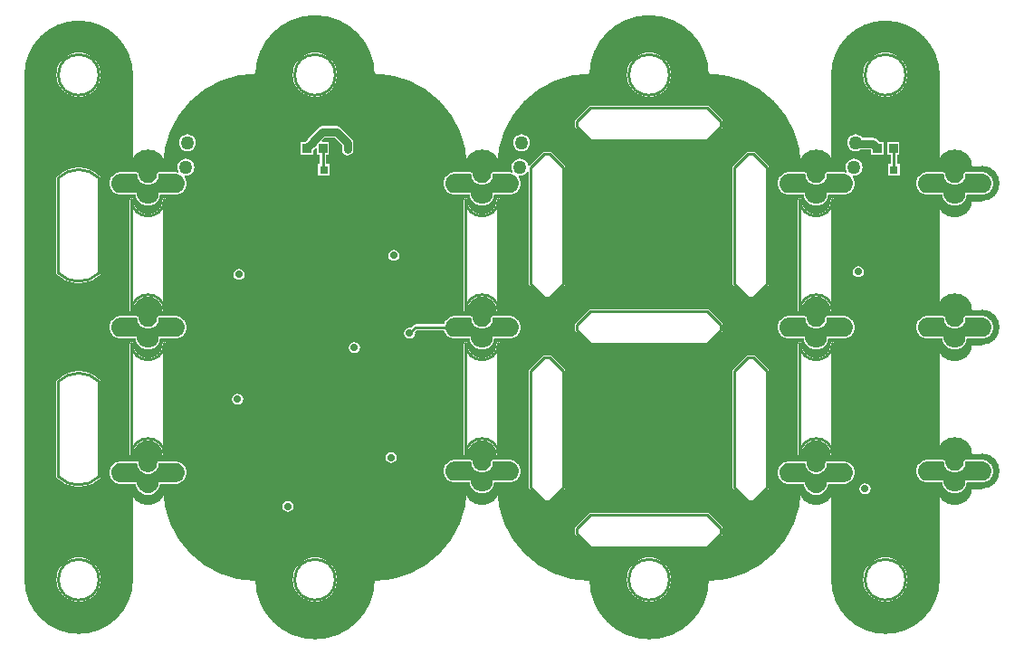
<source format=gbl>
G04*
G04 #@! TF.GenerationSoftware,Altium Limited,Altium Designer,20.2.6 (244)*
G04*
G04 Layer_Physical_Order=4*
G04 Layer_Color=16711680*
%FSLAX25Y25*%
%MOIN*%
G70*
G04*
G04 #@! TF.SameCoordinates,EC59DE11-5F21-440E-92AE-D345A4C3AF16*
G04*
G04*
G04 #@! TF.FilePolarity,Positive*
G04*
G01*
G75*
%ADD10C,0.01000*%
%ADD18C,0.03000*%
%ADD19C,0.04000*%
%ADD20C,0.05000*%
%ADD21C,0.02800*%
%ADD25R,0.03150X0.03150*%
%ADD26R,0.03175X0.03402*%
G36*
X398703Y326132D02*
X401426Y325403D01*
X404030Y324324D01*
X406470Y322915D01*
X408706Y321199D01*
X410699Y319206D01*
X412415Y316970D01*
X413824Y314530D01*
X414903Y311926D01*
X415632Y309203D01*
X416000Y306409D01*
Y305000D01*
X417670D01*
X420995Y304673D01*
X424271Y304021D01*
X427468Y303051D01*
X430554Y301773D01*
X433501Y300198D01*
X436278Y298342D01*
X438861Y296223D01*
X441223Y293861D01*
X443342Y291278D01*
X445198Y288501D01*
X446773Y285554D01*
X448051Y282468D01*
X449021Y279271D01*
X449673Y275995D01*
X449888Y273805D01*
X449934Y273341D01*
X449934D01*
Y273341D01*
X449934D01*
X450000Y272670D01*
X450000Y272327D01*
X450000Y272327D01*
Y271591D01*
X450231Y272750D01*
X450444Y273265D01*
D01*
X450683Y273842D01*
X451339Y274825D01*
X452175Y275660D01*
X453158Y276317D01*
X454250Y276769D01*
X455409Y277000D01*
X456591D01*
X457750Y276769D01*
X458842Y276317D01*
X459825Y275660D01*
X460661Y274825D01*
X461317Y273842D01*
X461500Y273400D01*
X461500D01*
X461500Y273400D01*
X461500D01*
X461769Y272750D01*
X462000Y271591D01*
X462000Y273500D01*
X462000Y273971D01*
Y305000D01*
Y306278D01*
X462334Y308812D01*
X462995Y311281D01*
X463973Y313643D01*
X465252Y315857D01*
X466808Y317885D01*
X468615Y319692D01*
X470643Y321248D01*
X472857Y322527D01*
X475218Y323505D01*
X477688Y324166D01*
X480222Y324500D01*
X482778D01*
X485312Y324166D01*
X487781Y323505D01*
X490143Y322527D01*
X492357Y321248D01*
X494385Y319692D01*
X496192Y317885D01*
X497748Y315857D01*
X499026Y313643D01*
X500005Y311281D01*
X500666Y308812D01*
X501000Y306278D01*
Y305000D01*
Y273971D01*
X501000Y273500D01*
X501000D01*
Y273500D01*
X501000D01*
X501000Y271591D01*
X501231Y272750D01*
X501500Y273401D01*
X501683Y273842D01*
X502340Y274825D01*
X503175Y275660D01*
X504158Y276317D01*
X505250Y276769D01*
X506409Y277000D01*
X507591D01*
X508750Y276769D01*
X509842Y276317D01*
X510825Y275660D01*
X511660Y274825D01*
X512317Y273842D01*
X512769Y272750D01*
X513000Y271591D01*
Y271000D01*
X517591D01*
X518750Y270769D01*
X519842Y270317D01*
X520825Y269660D01*
X521661Y268825D01*
X522317Y267842D01*
X522769Y266750D01*
X523000Y265591D01*
Y264409D01*
X522769Y263250D01*
X522317Y262158D01*
X521661Y261175D01*
X520825Y260339D01*
X519842Y259683D01*
X518750Y259231D01*
X517591Y259000D01*
X513000D01*
Y258409D01*
X512769Y257250D01*
X512317Y256158D01*
X511660Y255175D01*
X510825Y254340D01*
X509842Y253683D01*
X508750Y253231D01*
X507591Y253000D01*
X506409D01*
X505250Y253231D01*
X504158Y253683D01*
X503175Y254340D01*
X502340Y255175D01*
X501683Y256158D01*
X501500Y256599D01*
X501231Y257250D01*
X501000Y258409D01*
X501000Y256500D01*
X501000D01*
Y256500D01*
X501000D01*
X501000Y256029D01*
Y220971D01*
X501000Y220500D01*
X501000D01*
Y220500D01*
X501000D01*
X501000Y218591D01*
X501231Y219750D01*
X501500Y220401D01*
X501683Y220842D01*
X502340Y221825D01*
X503175Y222660D01*
X504158Y223317D01*
X505250Y223769D01*
X506409Y224000D01*
X507591D01*
X508750Y223769D01*
X509842Y223317D01*
X510825Y222660D01*
X511660Y221825D01*
X512317Y220842D01*
X512769Y219750D01*
X513000Y218591D01*
Y218000D01*
X517591D01*
X518750Y217769D01*
X519842Y217317D01*
X520825Y216660D01*
X521661Y215825D01*
X522317Y214842D01*
X522769Y213750D01*
X523000Y212591D01*
Y211409D01*
X522769Y210250D01*
X522317Y209158D01*
X521661Y208175D01*
X520825Y207340D01*
X519842Y206683D01*
X518750Y206231D01*
X517591Y206000D01*
X513000D01*
Y205409D01*
X512769Y204250D01*
X512317Y203158D01*
X511660Y202175D01*
X510825Y201340D01*
X509842Y200683D01*
X508750Y200231D01*
X507591Y200000D01*
X506409D01*
X505250Y200231D01*
X504158Y200683D01*
X503175Y201340D01*
X502340Y202175D01*
X501683Y203158D01*
X501500Y203599D01*
X501231Y204250D01*
X501000Y205409D01*
X501000Y203500D01*
X501000D01*
Y203500D01*
X501000D01*
X501000Y203029D01*
Y167971D01*
X501000Y167500D01*
X501000D01*
Y167500D01*
X501000D01*
X501000Y165591D01*
X501231Y166750D01*
X501500Y167401D01*
X501683Y167842D01*
X502340Y168825D01*
X503175Y169660D01*
X504158Y170317D01*
X505250Y170769D01*
X506409Y171000D01*
X507591D01*
X508750Y170769D01*
X509842Y170317D01*
X510825Y169660D01*
X511660Y168825D01*
X512317Y167842D01*
X512769Y166750D01*
X513000Y165591D01*
Y165000D01*
X517591D01*
X518750Y164769D01*
X519842Y164317D01*
X520825Y163661D01*
X521661Y162825D01*
X522317Y161842D01*
X522769Y160750D01*
X523000Y159591D01*
Y158409D01*
X522769Y157250D01*
X522317Y156158D01*
X521661Y155175D01*
X520825Y154340D01*
X519842Y153683D01*
X518750Y153231D01*
X517591Y153000D01*
X513000D01*
Y152409D01*
X512769Y151250D01*
X512317Y150158D01*
X511660Y149175D01*
X510825Y148339D01*
X509842Y147683D01*
X508750Y147231D01*
X507591Y147000D01*
X506409D01*
X505250Y147231D01*
X504158Y147683D01*
X503175Y148339D01*
X502340Y149175D01*
X501683Y150158D01*
X501500Y150599D01*
X501231Y151250D01*
X501000Y152409D01*
X501000Y150500D01*
X501000D01*
Y150500D01*
X501000D01*
X501000Y150029D01*
Y119000D01*
Y117722D01*
X500666Y115188D01*
X500005Y112718D01*
X499026Y110357D01*
X497748Y108143D01*
X496192Y106115D01*
X494385Y104308D01*
X492357Y102752D01*
X490143Y101473D01*
X487781Y100495D01*
X485312Y99834D01*
X482778Y99500D01*
X480222D01*
X477688Y99834D01*
X475218Y100495D01*
X472857Y101473D01*
X470643Y102752D01*
X468615Y104308D01*
X466808Y106115D01*
X465252Y108143D01*
X463973Y110357D01*
X462995Y112718D01*
X462334Y115188D01*
X462000Y117722D01*
Y119000D01*
Y150029D01*
X462000Y150500D01*
X462000Y152409D01*
X461769Y151250D01*
X461500Y150600D01*
X461500D01*
X461500Y150600D01*
X461500D01*
X461317Y150158D01*
X460661Y149175D01*
X459825Y148339D01*
X458842Y147683D01*
X457750Y147231D01*
X456591Y147000D01*
X455409D01*
X454250Y147231D01*
X453158Y147683D01*
X452175Y148339D01*
X451339Y149175D01*
X450683Y150158D01*
X450444Y150735D01*
X450444D01*
X450231Y151250D01*
X450124Y151787D01*
X450124Y151788D01*
X450000Y152409D01*
X450000Y151330D01*
X449934Y150659D01*
X449934Y150659D01*
Y150659D01*
X449934D01*
X449888Y150195D01*
X449673Y148005D01*
X449021Y144729D01*
X448051Y141532D01*
X446773Y138446D01*
X445198Y135499D01*
X443342Y132722D01*
X441223Y130140D01*
X438861Y127777D01*
X436278Y125658D01*
X433501Y123802D01*
X430554Y122227D01*
X427468Y120949D01*
X424271Y119979D01*
X420995Y119327D01*
X417670Y119000D01*
X416000Y119000D01*
Y117591D01*
X415632Y114797D01*
X414903Y112074D01*
X413824Y109470D01*
X412415Y107030D01*
X410699Y104794D01*
X408706Y102801D01*
X406470Y101085D01*
X404030Y99676D01*
X401426Y98597D01*
X398703Y97868D01*
X395909Y97500D01*
X393091D01*
X390297Y97868D01*
X387574Y98597D01*
X384970Y99676D01*
X382530Y101085D01*
X380294Y102801D01*
X378301Y104794D01*
X376585Y107030D01*
X375176Y109470D01*
X374097Y112074D01*
X373368Y114797D01*
X373000Y117591D01*
Y119000D01*
X371330D01*
X368005Y119327D01*
X364729Y119979D01*
X361532Y120949D01*
X358446Y122227D01*
X355499Y123802D01*
X352722Y125658D01*
X350139Y127777D01*
X347777Y130140D01*
X345658Y132722D01*
X343802Y135499D01*
X342227Y138446D01*
X340949Y141532D01*
X339979Y144729D01*
X339327Y148005D01*
X339112Y150195D01*
X339066Y150659D01*
X339066Y150659D01*
Y150659D01*
D01*
X339000Y151330D01*
X339000Y151673D01*
X339000Y151673D01*
Y152409D01*
X338769Y151250D01*
X338602Y150847D01*
X338377Y150303D01*
X338317Y150158D01*
X337661Y149175D01*
X336825Y148339D01*
X335842Y147683D01*
X334750Y147231D01*
X333591Y147000D01*
X332409D01*
X331250Y147231D01*
X330158Y147683D01*
X329175Y148339D01*
X328340Y149175D01*
X327683Y150158D01*
X327444Y150735D01*
X327444D01*
X327231Y151250D01*
X327124Y151787D01*
X327124Y151788D01*
X327000Y152409D01*
X327000Y151330D01*
X326934Y150659D01*
X326934Y150659D01*
Y150659D01*
X326934D01*
X326888Y150195D01*
X326673Y148005D01*
X326021Y144729D01*
X325051Y141532D01*
X323773Y138446D01*
X322198Y135499D01*
X320342Y132722D01*
X318223Y130140D01*
X315861Y127777D01*
X313278Y125658D01*
X310501Y123802D01*
X307554Y122227D01*
X304468Y120949D01*
X301271Y119979D01*
X297995Y119327D01*
X294670Y119000D01*
X293000Y119000D01*
Y117591D01*
X292632Y114797D01*
X291903Y112074D01*
X290824Y109470D01*
X289415Y107030D01*
X287699Y104794D01*
X285706Y102801D01*
X283470Y101085D01*
X281030Y99676D01*
X278426Y98597D01*
X275703Y97868D01*
X272909Y97500D01*
X270091D01*
X267297Y97868D01*
X264574Y98597D01*
X261970Y99676D01*
X259530Y101085D01*
X257294Y102801D01*
X255301Y104794D01*
X253585Y107030D01*
X252176Y109470D01*
X251097Y112074D01*
X250368Y114797D01*
X250000Y117591D01*
Y119000D01*
X248330D01*
X245005Y119327D01*
X241729Y119979D01*
X238532Y120949D01*
X235446Y122227D01*
X232499Y123802D01*
X229722Y125658D01*
X227139Y127777D01*
X224777Y130140D01*
X222658Y132722D01*
X220802Y135499D01*
X219227Y138446D01*
X217949Y141532D01*
X216979Y144729D01*
X216327Y148005D01*
X216112Y150195D01*
X216066Y150659D01*
X216066Y150659D01*
Y150659D01*
D01*
X216000Y151330D01*
X216000Y151673D01*
X216000Y151673D01*
Y152409D01*
X215769Y151250D01*
X215602Y150847D01*
X215377Y150303D01*
X215317Y150158D01*
X214661Y149175D01*
X213825Y148339D01*
X212842Y147683D01*
X211750Y147231D01*
X210591Y147000D01*
X209409D01*
X208250Y147231D01*
X207158Y147683D01*
X206175Y148339D01*
X205340Y149175D01*
X204683Y150158D01*
X204500Y150599D01*
X204230Y151250D01*
X204000Y152409D01*
X204000Y150500D01*
X204000D01*
Y150500D01*
X204000D01*
X204000Y150029D01*
Y119000D01*
Y117722D01*
X203666Y115188D01*
X203005Y112718D01*
X202027Y110357D01*
X200748Y108143D01*
X199192Y106115D01*
X197385Y104308D01*
X195357Y102752D01*
X193143Y101473D01*
X190781Y100495D01*
X188312Y99834D01*
X185778Y99500D01*
X183222D01*
X180688Y99834D01*
X178218Y100495D01*
X175857Y101473D01*
X173643Y102752D01*
X171615Y104308D01*
X169808Y106115D01*
X168252Y108143D01*
X166973Y110357D01*
X165995Y112718D01*
X165334Y115188D01*
X165000Y117722D01*
Y119000D01*
Y305000D01*
Y306278D01*
X165334Y308812D01*
X165995Y311281D01*
X166973Y313643D01*
X168252Y315857D01*
X169808Y317885D01*
X171615Y319692D01*
X173643Y321248D01*
X175857Y322527D01*
X178218Y323505D01*
X180688Y324166D01*
X183222Y324500D01*
X185778D01*
X188312Y324166D01*
X190781Y323505D01*
X193143Y322527D01*
X195357Y321248D01*
X197385Y319692D01*
X199192Y317885D01*
X200748Y315857D01*
X202027Y313643D01*
X203005Y311281D01*
X203666Y308812D01*
X204000Y306278D01*
Y305000D01*
Y273971D01*
X204000Y273500D01*
X204000D01*
Y273500D01*
X204000D01*
X204000Y271591D01*
X204230Y272750D01*
X204500Y273401D01*
X204683Y273842D01*
X205340Y274825D01*
X206175Y275660D01*
X207158Y276317D01*
X208250Y276769D01*
X209409Y277000D01*
X210591D01*
X211750Y276769D01*
X212842Y276317D01*
X213825Y275660D01*
X214661Y274825D01*
X215317Y273842D01*
X215556Y273265D01*
X215769Y272750D01*
X215876Y272213D01*
X215876Y272212D01*
X216000Y271591D01*
X216000Y272670D01*
X216066Y273341D01*
D01*
Y273341D01*
X216066D01*
X216112Y273805D01*
X216327Y275995D01*
X216979Y279271D01*
X217949Y282468D01*
X219227Y285554D01*
X220802Y288501D01*
X222658Y291278D01*
X224777Y293861D01*
X227139Y296223D01*
X229722Y298342D01*
X232499Y300198D01*
X235446Y301773D01*
X238532Y303051D01*
X241729Y304021D01*
X245005Y304673D01*
X248330Y305000D01*
X250000D01*
Y306409D01*
X250368Y309203D01*
X251097Y311926D01*
X252176Y314530D01*
X253585Y316970D01*
X255301Y319206D01*
X257294Y321199D01*
X259530Y322915D01*
X261970Y324324D01*
X264574Y325403D01*
X267297Y326132D01*
X270091Y326500D01*
X272909D01*
X275703Y326132D01*
X278426Y325403D01*
X281030Y324324D01*
X283470Y322915D01*
X285706Y321199D01*
X287699Y319206D01*
X289415Y316970D01*
X290824Y314530D01*
X291903Y311926D01*
X292632Y309203D01*
X293000Y306409D01*
Y305000D01*
X294670D01*
X297995Y304673D01*
X301271Y304021D01*
X304468Y303051D01*
X307554Y301773D01*
X310501Y300198D01*
X313278Y298342D01*
X315861Y296223D01*
X318223Y293861D01*
X320342Y291278D01*
X322198Y288501D01*
X323773Y285554D01*
X325051Y282468D01*
X326021Y279271D01*
X326673Y275995D01*
X326888Y273805D01*
X326934Y273341D01*
X326934D01*
Y273341D01*
X326934D01*
X327000Y272670D01*
X327000Y272327D01*
X327000Y272327D01*
Y271591D01*
X327231Y272750D01*
X327444Y273265D01*
D01*
X327683Y273842D01*
X328340Y274825D01*
X329175Y275660D01*
X330158Y276317D01*
X331250Y276769D01*
X332409Y277000D01*
X333591D01*
X334750Y276769D01*
X335842Y276317D01*
X336825Y275660D01*
X337661Y274825D01*
X338317Y273842D01*
X338556Y273265D01*
X338769Y272750D01*
X338876Y272213D01*
X338876Y272212D01*
X339000Y271591D01*
X339000Y272670D01*
X339066Y273341D01*
D01*
Y273341D01*
X339066D01*
X339112Y273805D01*
X339327Y275995D01*
X339979Y279271D01*
X340949Y282468D01*
X342227Y285554D01*
X343802Y288501D01*
X345658Y291278D01*
X347777Y293861D01*
X350139Y296223D01*
X352722Y298342D01*
X355499Y300198D01*
X358446Y301773D01*
X361532Y303051D01*
X364729Y304021D01*
X368005Y304673D01*
X371330Y305000D01*
X373000D01*
Y306409D01*
X373368Y309203D01*
X374097Y311926D01*
X375176Y314530D01*
X376585Y316970D01*
X378301Y319206D01*
X380294Y321199D01*
X382530Y322915D01*
X384970Y324324D01*
X387574Y325403D01*
X390297Y326132D01*
X393091Y326500D01*
X395909D01*
X398703Y326132D01*
D02*
G37*
%LPC*%
G36*
X272239Y313149D02*
X270761D01*
X270700Y313124D01*
X270635Y313137D01*
X269186Y312849D01*
X269130Y312812D01*
X269064D01*
X267699Y312246D01*
X267652Y312199D01*
X267587Y312186D01*
X266358Y311366D01*
X266321Y311310D01*
X266260Y311285D01*
X265215Y310240D01*
X265190Y310179D01*
X265134Y310142D01*
X264314Y308913D01*
X264301Y308848D01*
X264254Y308801D01*
X263688Y307436D01*
Y307370D01*
X263651Y307314D01*
X263363Y305865D01*
X263376Y305800D01*
X263351Y305739D01*
Y304261D01*
X263376Y304200D01*
X263363Y304135D01*
X263651Y302686D01*
X263688Y302630D01*
Y302564D01*
X264254Y301199D01*
X264301Y301152D01*
X264314Y301087D01*
X265134Y299858D01*
X265190Y299821D01*
X265215Y299760D01*
X266260Y298715D01*
X266321Y298690D01*
X266358Y298634D01*
X267587Y297814D01*
X267652Y297801D01*
X267699Y297754D01*
X269064Y297188D01*
X269130D01*
X269186Y297151D01*
X270635Y296863D01*
X270700Y296876D01*
X270761Y296851D01*
X272239D01*
X272300Y296876D01*
X272365Y296863D01*
X273814Y297151D01*
X273870Y297188D01*
X273936D01*
X275301Y297754D01*
X275348Y297801D01*
X275413Y297814D01*
X276642Y298634D01*
X276679Y298690D01*
X276740Y298715D01*
X277785Y299760D01*
X277810Y299821D01*
X277866Y299858D01*
X278686Y301087D01*
X278699Y301152D01*
X278746Y301199D01*
X279312Y302564D01*
Y302630D01*
X279349Y302686D01*
X279637Y304135D01*
X279624Y304200D01*
X279649Y304261D01*
Y305739D01*
X279624Y305800D01*
X279637Y305865D01*
X279349Y307314D01*
X279312Y307370D01*
Y307436D01*
X278746Y308801D01*
X278699Y308848D01*
X278686Y308913D01*
X277866Y310142D01*
X277810Y310179D01*
X277785Y310240D01*
X276740Y311285D01*
X276679Y311310D01*
X276642Y311366D01*
X275413Y312186D01*
X275348Y312199D01*
X275301Y312246D01*
X273936Y312812D01*
X273870D01*
X273814Y312849D01*
X272365Y313137D01*
X272300Y313124D01*
X272239Y313149D01*
D02*
G37*
G36*
X185239D02*
X183761D01*
X183700Y313124D01*
X183635Y313137D01*
X182186Y312849D01*
X182130Y312812D01*
X182064D01*
X180699Y312246D01*
X180652Y312199D01*
X180587Y312186D01*
X179358Y311366D01*
X179321Y311310D01*
X179260Y311285D01*
X178215Y310240D01*
X178190Y310179D01*
X178134Y310142D01*
X177314Y308913D01*
X177301Y308848D01*
X177254Y308801D01*
X176688Y307436D01*
Y307370D01*
X176651Y307314D01*
X176363Y305865D01*
X176376Y305800D01*
X176351Y305739D01*
Y304261D01*
X176376Y304200D01*
X176363Y304135D01*
X176651Y302686D01*
X176688Y302630D01*
Y302564D01*
X177254Y301199D01*
X177301Y301152D01*
X177314Y301087D01*
X178134Y299858D01*
X178190Y299821D01*
X178215Y299760D01*
X179260Y298715D01*
X179321Y298690D01*
X179358Y298634D01*
X180587Y297814D01*
X180652Y297801D01*
X180699Y297754D01*
X182064Y297188D01*
X182130D01*
X182186Y297151D01*
X183635Y296863D01*
X183700Y296876D01*
X183761Y296851D01*
X185239D01*
X185300Y296876D01*
X185365Y296863D01*
X186814Y297151D01*
X186870Y297188D01*
X186936D01*
X188301Y297754D01*
X188348Y297801D01*
X188413Y297814D01*
X189642Y298634D01*
X189679Y298690D01*
X189740Y298715D01*
X190785Y299760D01*
X190810Y299821D01*
X190866Y299858D01*
X191686Y301087D01*
X191699Y301152D01*
X191746Y301199D01*
X192312Y302564D01*
Y302630D01*
X192349Y302686D01*
X192637Y304135D01*
X192624Y304200D01*
X192649Y304261D01*
Y305739D01*
X192624Y305800D01*
X192637Y305865D01*
X192349Y307314D01*
X192312Y307370D01*
Y307436D01*
X191746Y308801D01*
X191699Y308848D01*
X191686Y308913D01*
X190866Y310142D01*
X190810Y310179D01*
X190785Y310240D01*
X189740Y311285D01*
X189679Y311310D01*
X189642Y311366D01*
X188413Y312186D01*
X188348Y312199D01*
X188301Y312246D01*
X186936Y312812D01*
X186870D01*
X186814Y312849D01*
X185365Y313137D01*
X185300Y313124D01*
X185239Y313149D01*
D02*
G37*
G36*
X482239D02*
X480761D01*
X480700Y313124D01*
X480635Y313137D01*
X479186Y312849D01*
X479130Y312812D01*
X479064D01*
X477699Y312246D01*
X477652Y312199D01*
X477587Y312186D01*
X476358Y311366D01*
X476321Y311310D01*
X476260Y311285D01*
X475215Y310240D01*
X475190Y310179D01*
X475134Y310142D01*
X474314Y308913D01*
X474301Y308848D01*
X474254Y308801D01*
X473688Y307436D01*
Y307370D01*
X473651Y307314D01*
X473363Y305865D01*
X473376Y305800D01*
X473351Y305739D01*
Y304261D01*
X473376Y304200D01*
X473363Y304135D01*
X473651Y302686D01*
X473688Y302630D01*
Y302564D01*
X474254Y301199D01*
X474301Y301152D01*
X474314Y301087D01*
X475134Y299858D01*
X475190Y299821D01*
X475215Y299760D01*
X476260Y298715D01*
X476321Y298690D01*
X476358Y298634D01*
X477587Y297814D01*
X477652Y297801D01*
X477699Y297754D01*
X479064Y297188D01*
X479130D01*
X479186Y297151D01*
X480635Y296863D01*
X480700Y296876D01*
X480761Y296851D01*
X482239D01*
X482300Y296876D01*
X482365Y296863D01*
X483814Y297151D01*
X483870Y297188D01*
X483936D01*
X485301Y297754D01*
X485348Y297801D01*
X485413Y297814D01*
X486642Y298634D01*
X486679Y298690D01*
X486740Y298715D01*
X487785Y299760D01*
X487810Y299821D01*
X487866Y299858D01*
X488686Y301087D01*
X488699Y301152D01*
X488746Y301199D01*
X489312Y302564D01*
Y302630D01*
X489349Y302686D01*
X489637Y304135D01*
X489624Y304200D01*
X489649Y304261D01*
Y305739D01*
X489624Y305800D01*
X489637Y305865D01*
X489349Y307314D01*
X489312Y307370D01*
Y307436D01*
X488746Y308801D01*
X488699Y308848D01*
X488686Y308913D01*
X487866Y310142D01*
X487810Y310179D01*
X487785Y310240D01*
X486740Y311285D01*
X486679Y311310D01*
X486642Y311366D01*
X485413Y312186D01*
X485348Y312199D01*
X485301Y312246D01*
X483936Y312812D01*
X483870D01*
X483814Y312849D01*
X482365Y313137D01*
X482300Y313124D01*
X482239Y313149D01*
D02*
G37*
G36*
X395239D02*
X393761D01*
X393700Y313124D01*
X393635Y313137D01*
X392186Y312849D01*
X392130Y312812D01*
X392064D01*
X390699Y312246D01*
X390652Y312199D01*
X390587Y312186D01*
X389358Y311366D01*
X389321Y311310D01*
X389260Y311285D01*
X388215Y310240D01*
X388190Y310179D01*
X388134Y310142D01*
X387314Y308913D01*
X387301Y308848D01*
X387254Y308801D01*
X386688Y307436D01*
Y307370D01*
X386651Y307314D01*
X386363Y305865D01*
X386376Y305800D01*
X386351Y305739D01*
Y304261D01*
X386376Y304200D01*
X386363Y304135D01*
X386651Y302686D01*
X386688Y302630D01*
Y302564D01*
X387254Y301199D01*
X387301Y301152D01*
X387314Y301087D01*
X388134Y299858D01*
X388190Y299821D01*
X388215Y299760D01*
X389260Y298715D01*
X389321Y298690D01*
X389358Y298634D01*
X390587Y297814D01*
X390652Y297801D01*
X390699Y297754D01*
X392064Y297188D01*
X392130D01*
X392186Y297151D01*
X393635Y296863D01*
X393700Y296876D01*
X393761Y296851D01*
X395239D01*
X395300Y296876D01*
X395365Y296863D01*
X396814Y297151D01*
X396870Y297188D01*
X396936D01*
X398301Y297754D01*
X398348Y297801D01*
X398413Y297814D01*
X399642Y298634D01*
X399679Y298690D01*
X399740Y298715D01*
X400785Y299760D01*
X400810Y299821D01*
X400866Y299858D01*
X401686Y301087D01*
X401699Y301152D01*
X401746Y301199D01*
X402312Y302564D01*
Y302630D01*
X402349Y302686D01*
X402637Y304135D01*
X402624Y304200D01*
X402649Y304261D01*
Y305739D01*
X402624Y305800D01*
X402637Y305865D01*
X402349Y307314D01*
X402312Y307370D01*
Y307436D01*
X401746Y308801D01*
X401699Y308848D01*
X401686Y308913D01*
X400866Y310142D01*
X400810Y310179D01*
X400785Y310240D01*
X399740Y311285D01*
X399679Y311310D01*
X399642Y311366D01*
X398413Y312186D01*
X398348Y312199D01*
X398301Y312246D01*
X396936Y312812D01*
X396870D01*
X396814Y312849D01*
X395365Y313137D01*
X395300Y313124D01*
X395239Y313149D01*
D02*
G37*
G36*
X416000Y293649D02*
X373000D01*
X372541Y293459D01*
X367541Y288459D01*
X367351Y288000D01*
Y286000D01*
X367541Y285541D01*
X372541Y280541D01*
X373000Y280351D01*
X416000D01*
X416459Y280541D01*
X421459Y285541D01*
X421649Y286000D01*
Y288000D01*
X421459Y288459D01*
X416459Y293459D01*
X416000Y293649D01*
D02*
G37*
G36*
X347500Y283127D02*
X346691Y283020D01*
X345937Y282708D01*
X345289Y282211D01*
X344792Y281563D01*
X344480Y280809D01*
X344373Y280000D01*
X344480Y279191D01*
X344792Y278437D01*
X345289Y277789D01*
X345937Y277292D01*
X346691Y276980D01*
X347500Y276873D01*
X348309Y276980D01*
X349063Y277292D01*
X349711Y277789D01*
X350208Y278437D01*
X350520Y279191D01*
X350627Y280000D01*
X350520Y280809D01*
X350208Y281563D01*
X349711Y282211D01*
X349063Y282708D01*
X348309Y283020D01*
X347500Y283127D01*
D02*
G37*
G36*
X224500D02*
X223691Y283020D01*
X222937Y282708D01*
X222289Y282211D01*
X221792Y281563D01*
X221480Y280809D01*
X221373Y280000D01*
X221480Y279191D01*
X221792Y278437D01*
X222289Y277789D01*
X222937Y277292D01*
X223691Y276980D01*
X224500Y276873D01*
X225309Y276980D01*
X226063Y277292D01*
X226711Y277789D01*
X227208Y278437D01*
X227520Y279191D01*
X227627Y280000D01*
X227520Y280809D01*
X227208Y281563D01*
X226711Y282211D01*
X226063Y282708D01*
X225309Y283020D01*
X224500Y283127D01*
D02*
G37*
G36*
X470500D02*
X469691Y283020D01*
X468937Y282708D01*
X468289Y282211D01*
X467792Y281563D01*
X467480Y280809D01*
X467373Y280000D01*
X467480Y279191D01*
X467792Y278437D01*
X468289Y277789D01*
X468937Y277292D01*
X469691Y276980D01*
X470500Y276873D01*
X471309Y276980D01*
X472063Y277292D01*
X472303Y277476D01*
X476030D01*
X476347Y277160D01*
Y275699D01*
X480722D01*
Y280301D01*
X479262D01*
X478431Y281131D01*
X477737Y281595D01*
X476917Y281758D01*
X473058D01*
X472711Y282211D01*
X472063Y282708D01*
X471309Y283020D01*
X470500Y283127D01*
D02*
G37*
G36*
X279500Y286141D02*
X274207D01*
X273388Y285978D01*
X272693Y285514D01*
X269229Y282050D01*
X268798Y281405D01*
X267694Y280301D01*
X266347D01*
Y275699D01*
X270722D01*
Y277273D01*
X271778Y278329D01*
X272278Y278122D01*
Y275699D01*
X273344D01*
Y272161D01*
X272668D01*
Y267811D01*
X277017D01*
Y272161D01*
X275587D01*
Y275699D01*
X276653D01*
Y280301D01*
X274189D01*
X273998Y280763D01*
X275094Y281859D01*
X278613D01*
X281359Y279113D01*
Y277500D01*
X281522Y276681D01*
X281986Y275986D01*
X282681Y275522D01*
X283500Y275359D01*
X284319Y275522D01*
X285014Y275986D01*
X285478Y276681D01*
X285641Y277500D01*
Y280000D01*
X285478Y280819D01*
X285014Y281514D01*
X281014Y285514D01*
X280319Y285978D01*
X279500Y286141D01*
D02*
G37*
G36*
X358000Y276649D02*
X356000D01*
X355541Y276459D01*
X350567Y271486D01*
X350410Y271492D01*
X350050Y271581D01*
X350020Y271809D01*
X349708Y272563D01*
X349211Y273211D01*
X348563Y273708D01*
X347809Y274020D01*
X347000Y274127D01*
X346191Y274020D01*
X345437Y273708D01*
X344789Y273211D01*
X344292Y272563D01*
X343980Y271809D01*
X343873Y271000D01*
X343980Y270191D01*
X344278Y269471D01*
X344221Y269349D01*
X343969Y269036D01*
X343629Y269127D01*
X343542Y269116D01*
X343461Y269149D01*
X337000D01*
X336789Y269062D01*
X336572Y268988D01*
X336562Y268968D01*
X336541Y268959D01*
X336453Y268748D01*
X336352Y268543D01*
X336322Y268084D01*
X336090Y267220D01*
X335654Y266464D01*
X335036Y265846D01*
X334280Y265410D01*
X333437Y265184D01*
X332563D01*
X331720Y265410D01*
X330964Y265846D01*
X330346Y266464D01*
X329910Y267220D01*
X329678Y268084D01*
X329648Y268543D01*
X329547Y268748D01*
X329459Y268959D01*
X329438Y268968D01*
X329428Y268988D01*
X329211Y269062D01*
X329000Y269149D01*
X322539D01*
X322458Y269116D01*
X322371Y269127D01*
X321481Y268889D01*
X321411Y268835D01*
X321324Y268824D01*
X320526Y268363D01*
X320473Y268293D01*
X320392Y268260D01*
X319740Y267608D01*
X319707Y267527D01*
X319637Y267474D01*
X319176Y266676D01*
X319165Y266589D01*
X319111Y266519D01*
X318873Y265629D01*
X318884Y265542D01*
X318851Y265461D01*
Y264539D01*
X318884Y264458D01*
X318873Y264371D01*
X319111Y263481D01*
X319165Y263411D01*
X319176Y263324D01*
X319637Y262526D01*
X319707Y262473D01*
X319740Y262392D01*
X320392Y261740D01*
X320473Y261706D01*
X320526Y261637D01*
X321324Y261176D01*
X321411Y261165D01*
X321481Y261111D01*
X322371Y260873D01*
X322458Y260884D01*
X322539Y260851D01*
X328333D01*
X328373Y260805D01*
X328645Y259788D01*
X328699Y259718D01*
X328710Y259631D01*
X329237Y258719D01*
X329306Y258666D01*
X329340Y258585D01*
X330085Y257840D01*
X330166Y257806D01*
X330219Y257737D01*
X331131Y257210D01*
X331218Y257199D01*
X331288Y257145D01*
X332305Y256873D01*
X332392Y256884D01*
X332473Y256851D01*
X333527D01*
X333608Y256884D01*
X333695Y256873D01*
X334712Y257145D01*
X334782Y257199D01*
X334869Y257210D01*
X335781Y257737D01*
X335834Y257806D01*
X335915Y257840D01*
X336660Y258585D01*
X336694Y258666D01*
X336763Y258719D01*
X337290Y259631D01*
X337301Y259718D01*
X337355Y259788D01*
X337627Y260805D01*
X337667Y260851D01*
X343461D01*
X343542Y260884D01*
X343629Y260873D01*
X344519Y261111D01*
X344589Y261165D01*
X344676Y261176D01*
X345474Y261637D01*
X345527Y261706D01*
X345608Y261740D01*
X346260Y262392D01*
X346293Y262473D01*
X346363Y262526D01*
X346824Y263324D01*
X346835Y263411D01*
X346889Y263481D01*
X347127Y264371D01*
X347116Y264458D01*
X347149Y264539D01*
Y265461D01*
X347116Y265542D01*
X347127Y265629D01*
X346889Y266519D01*
X346835Y266589D01*
X346824Y266676D01*
X346376Y267451D01*
X346414Y267581D01*
X346542Y267847D01*
X346630Y267922D01*
X347000Y267873D01*
X347809Y267980D01*
X348563Y268292D01*
X349211Y268789D01*
X349708Y269437D01*
X349851Y269781D01*
X350351Y269682D01*
Y228000D01*
X350541Y227541D01*
X355541Y222541D01*
X356000Y222351D01*
X358000D01*
X358459Y222541D01*
X363459Y227541D01*
X363649Y228000D01*
Y271000D01*
X363459Y271459D01*
X358459Y276459D01*
X358000Y276649D01*
D02*
G37*
G36*
X185195Y270756D02*
X183805D01*
X183763Y270739D01*
X183720Y270750D01*
X182342Y270569D01*
X182303Y270547D01*
X182258Y270552D01*
X180915Y270193D01*
X180880Y270165D01*
X180835D01*
X179550Y269633D01*
X179518Y269601D01*
X179474Y269596D01*
X178270Y268900D01*
X178243Y268865D01*
X178199Y268853D01*
X177096Y268007D01*
X177074Y267968D01*
X177032Y267951D01*
X176541Y267459D01*
X176351Y267000D01*
Y232000D01*
X176462Y231731D01*
X176541Y231541D01*
X177032Y231049D01*
X177074Y231032D01*
X177096Y230993D01*
X178199Y230147D01*
X178243Y230135D01*
X178270Y230100D01*
X179474Y229404D01*
X179518Y229398D01*
X179550Y229367D01*
X180835Y228835D01*
X180880D01*
X180915Y228807D01*
X182258Y228448D01*
X182303Y228453D01*
X182342Y228431D01*
X183720Y228250D01*
X183763Y228261D01*
X183805Y228244D01*
X185195D01*
X185237Y228261D01*
X185280Y228250D01*
X186658Y228431D01*
X186697Y228453D01*
X186742Y228448D01*
X188085Y228807D01*
X188120Y228835D01*
X188165D01*
X189450Y229367D01*
X189481Y229398D01*
X189526Y229404D01*
X190730Y230100D01*
X190757Y230135D01*
X190801Y230147D01*
X191904Y230993D01*
X191926Y231032D01*
X191968Y231049D01*
X192459Y231541D01*
X192649Y232000D01*
X192649Y267000D01*
X192538Y267269D01*
X192459Y267459D01*
X191968Y267951D01*
X191926Y267968D01*
X191904Y268007D01*
X190801Y268853D01*
X190757Y268865D01*
X190730Y268900D01*
X189526Y269596D01*
X189481Y269601D01*
X189450Y269633D01*
X188165Y270165D01*
X188120D01*
X188085Y270193D01*
X186742Y270552D01*
X186697Y270547D01*
X186659Y270569D01*
X185280Y270750D01*
X185237Y270739D01*
X185195Y270756D01*
D02*
G37*
G36*
X470000Y274127D02*
X469191Y274020D01*
X468437Y273708D01*
X467789Y273211D01*
X467292Y272563D01*
X466980Y271809D01*
X466873Y271000D01*
X466980Y270191D01*
X467278Y269471D01*
X467221Y269349D01*
X466969Y269036D01*
X466629Y269127D01*
X466542Y269116D01*
X466461Y269149D01*
X460000D01*
X459789Y269062D01*
X459572Y268988D01*
X459562Y268968D01*
X459541Y268959D01*
X459453Y268748D01*
X459352Y268543D01*
X459322Y268084D01*
X459090Y267220D01*
X458654Y266464D01*
X458036Y265846D01*
X457280Y265410D01*
X456437Y265184D01*
X455563D01*
X454720Y265410D01*
X453964Y265846D01*
X453346Y266464D01*
X452910Y267220D01*
X452678Y268084D01*
X452648Y268543D01*
X452547Y268748D01*
X452459Y268959D01*
X452438Y268968D01*
X452428Y268988D01*
X452212Y269062D01*
X452000Y269149D01*
X445539D01*
X445458Y269116D01*
X445371Y269127D01*
X444481Y268889D01*
X444411Y268835D01*
X444324Y268824D01*
X443526Y268363D01*
X443473Y268293D01*
X443392Y268260D01*
X442740Y267608D01*
X442706Y267527D01*
X442637Y267474D01*
X442176Y266676D01*
X442165Y266589D01*
X442111Y266519D01*
X441873Y265629D01*
X441884Y265542D01*
X441851Y265461D01*
Y264539D01*
X441884Y264458D01*
X441873Y264371D01*
X442111Y263481D01*
X442165Y263411D01*
X442176Y263324D01*
X442637Y262526D01*
X442706Y262473D01*
X442740Y262392D01*
X443392Y261740D01*
X443473Y261706D01*
X443526Y261637D01*
X444324Y261176D01*
X444411Y261165D01*
X444481Y261111D01*
X445371Y260873D01*
X445458Y260884D01*
X445539Y260851D01*
X451333D01*
X451373Y260805D01*
X451645Y259788D01*
X451699Y259718D01*
X451710Y259631D01*
X452237Y258719D01*
X452306Y258666D01*
X452340Y258585D01*
X453085Y257840D01*
X453166Y257806D01*
X453219Y257737D01*
X454131Y257210D01*
X454218Y257199D01*
X454288Y257145D01*
X455305Y256873D01*
X455392Y256884D01*
X455473Y256851D01*
X456527D01*
X456608Y256884D01*
X456695Y256873D01*
X457712Y257145D01*
X457782Y257199D01*
X457869Y257210D01*
X458781Y257737D01*
X458834Y257806D01*
X458915Y257840D01*
X459660Y258585D01*
X459694Y258666D01*
X459763Y258719D01*
X460290Y259631D01*
X460301Y259718D01*
X460355Y259788D01*
X460627Y260805D01*
X460667Y260851D01*
X466461D01*
X466542Y260884D01*
X466629Y260873D01*
X467519Y261111D01*
X467589Y261165D01*
X467676Y261176D01*
X468474Y261637D01*
X468527Y261706D01*
X468608Y261740D01*
X469260Y262392D01*
X469293Y262473D01*
X469363Y262526D01*
X469824Y263324D01*
X469835Y263411D01*
X469889Y263481D01*
X470127Y264371D01*
X470116Y264458D01*
X470149Y264539D01*
Y265461D01*
X470116Y265542D01*
X470127Y265629D01*
X469889Y266519D01*
X469835Y266589D01*
X469824Y266676D01*
X469376Y267451D01*
X469414Y267581D01*
X469542Y267847D01*
X469630Y267922D01*
X470000Y267873D01*
X470809Y267980D01*
X471563Y268292D01*
X472211Y268789D01*
X472708Y269437D01*
X473020Y270191D01*
X473127Y271000D01*
X473020Y271809D01*
X472708Y272563D01*
X472211Y273211D01*
X471563Y273708D01*
X470809Y274020D01*
X470000Y274127D01*
D02*
G37*
G36*
X224000D02*
X223191Y274020D01*
X222437Y273708D01*
X221789Y273211D01*
X221292Y272563D01*
X220980Y271809D01*
X220873Y271000D01*
X220980Y270191D01*
X221278Y269471D01*
X221221Y269349D01*
X220969Y269036D01*
X220629Y269127D01*
X220542Y269116D01*
X220461Y269149D01*
X214000D01*
X213789Y269062D01*
X213572Y268988D01*
X213562Y268968D01*
X213541Y268959D01*
X213453Y268748D01*
X213352Y268543D01*
X213322Y268084D01*
X213090Y267220D01*
X212654Y266464D01*
X212036Y265846D01*
X211280Y265410D01*
X210437Y265184D01*
X209563D01*
X208720Y265410D01*
X207964Y265846D01*
X207346Y266464D01*
X206910Y267220D01*
X206678Y268084D01*
X206648Y268543D01*
X206547Y268748D01*
X206459Y268959D01*
X206438Y268968D01*
X206428Y268988D01*
X206211Y269062D01*
X206000Y269149D01*
X199539D01*
X199458Y269116D01*
X199371Y269127D01*
X198481Y268889D01*
X198411Y268835D01*
X198324Y268824D01*
X197526Y268363D01*
X197473Y268293D01*
X197392Y268260D01*
X196740Y267608D01*
X196706Y267527D01*
X196637Y267474D01*
X196176Y266676D01*
X196165Y266589D01*
X196111Y266519D01*
X195873Y265629D01*
X195884Y265542D01*
X195851Y265461D01*
Y264539D01*
X195884Y264458D01*
X195873Y264371D01*
X196111Y263481D01*
X196165Y263411D01*
X196176Y263324D01*
X196637Y262526D01*
X196706Y262473D01*
X196740Y262392D01*
X197392Y261740D01*
X197473Y261706D01*
X197526Y261637D01*
X198324Y261176D01*
X198411Y261165D01*
X198481Y261111D01*
X199371Y260873D01*
X199458Y260884D01*
X199539Y260851D01*
X205333D01*
X205373Y260805D01*
X205645Y259788D01*
X205699Y259718D01*
X205710Y259631D01*
X206237Y258719D01*
X206306Y258666D01*
X206340Y258585D01*
X207085Y257840D01*
X207166Y257806D01*
X207219Y257737D01*
X208131Y257210D01*
X208218Y257199D01*
X208288Y257145D01*
X209305Y256873D01*
X209392Y256884D01*
X209473Y256851D01*
X210527D01*
X210608Y256884D01*
X210695Y256873D01*
X211712Y257145D01*
X211782Y257199D01*
X211869Y257210D01*
X212781Y257737D01*
X212834Y257806D01*
X212915Y257840D01*
X213660Y258585D01*
X213694Y258666D01*
X213763Y258719D01*
X214290Y259631D01*
X214301Y259718D01*
X214355Y259788D01*
X214627Y260805D01*
X214667Y260851D01*
X220461D01*
X220542Y260884D01*
X220629Y260873D01*
X221519Y261111D01*
X221589Y261165D01*
X221676Y261176D01*
X222474Y261637D01*
X222527Y261706D01*
X222608Y261740D01*
X223260Y262392D01*
X223293Y262473D01*
X223363Y262526D01*
X223824Y263324D01*
X223835Y263411D01*
X223889Y263481D01*
X224127Y264371D01*
X224116Y264458D01*
X224149Y264539D01*
Y265461D01*
X224116Y265542D01*
X224127Y265629D01*
X223889Y266519D01*
X223835Y266589D01*
X223824Y266676D01*
X223376Y267451D01*
X223414Y267581D01*
X223542Y267847D01*
X223630Y267922D01*
X224000Y267873D01*
X224809Y267980D01*
X225563Y268292D01*
X226211Y268789D01*
X226708Y269437D01*
X227020Y270191D01*
X227127Y271000D01*
X227020Y271809D01*
X226708Y272563D01*
X226211Y273211D01*
X225563Y273708D01*
X224809Y274020D01*
X224000Y274127D01*
D02*
G37*
G36*
X486653Y280301D02*
X482278D01*
Y275699D01*
X483526D01*
Y272161D01*
X482473D01*
Y267811D01*
X486822D01*
Y272161D01*
X485769D01*
Y275699D01*
X486653D01*
Y280301D01*
D02*
G37*
G36*
X517461Y269149D02*
X511000D01*
X510788Y269062D01*
X510572Y268988D01*
X510562Y268968D01*
X510541Y268959D01*
X510453Y268748D01*
X510352Y268543D01*
X510322Y268084D01*
X510090Y267220D01*
X509654Y266464D01*
X509036Y265846D01*
X508280Y265410D01*
X507437Y265184D01*
X506563D01*
X505720Y265410D01*
X504964Y265846D01*
X504346Y266464D01*
X503910Y267220D01*
X503678Y268084D01*
X503648Y268543D01*
X503547Y268748D01*
X503459Y268959D01*
X503438Y268968D01*
X503428Y268988D01*
X503211Y269062D01*
X503000Y269149D01*
X496539D01*
X496458Y269116D01*
X496371Y269127D01*
X495481Y268889D01*
X495411Y268835D01*
X495324Y268824D01*
X494526Y268363D01*
X494473Y268293D01*
X494392Y268260D01*
X493740Y267608D01*
X493707Y267527D01*
X493637Y267474D01*
X493176Y266676D01*
X493165Y266589D01*
X493111Y266519D01*
X492873Y265629D01*
X492884Y265542D01*
X492851Y265461D01*
Y264539D01*
X492884Y264458D01*
X492873Y264371D01*
X493111Y263481D01*
X493165Y263411D01*
X493176Y263324D01*
X493637Y262526D01*
X493707Y262473D01*
X493740Y262392D01*
X494392Y261740D01*
X494473Y261706D01*
X494526Y261637D01*
X495324Y261176D01*
X495411Y261165D01*
X495481Y261111D01*
X496371Y260873D01*
X496458Y260884D01*
X496539Y260851D01*
X502333D01*
X502373Y260805D01*
X502645Y259788D01*
X502699Y259718D01*
X502710Y259631D01*
X503237Y258719D01*
X503306Y258666D01*
X503340Y258585D01*
X504085Y257840D01*
X504166Y257806D01*
X504219Y257737D01*
X505131Y257210D01*
X505218Y257199D01*
X505288Y257145D01*
X506305Y256873D01*
X506392Y256884D01*
X506473Y256851D01*
X507527D01*
X507608Y256884D01*
X507695Y256873D01*
X508712Y257145D01*
X508782Y257199D01*
X508869Y257210D01*
X509781Y257737D01*
X509834Y257806D01*
X509915Y257840D01*
X510660Y258585D01*
X510694Y258666D01*
X510763Y258719D01*
X511290Y259631D01*
X511301Y259718D01*
X511355Y259788D01*
X511627Y260805D01*
X511667Y260851D01*
X517461D01*
X517542Y260884D01*
X517629Y260873D01*
X518519Y261111D01*
X518589Y261165D01*
X518676Y261176D01*
X519474Y261637D01*
X519527Y261706D01*
X519608Y261740D01*
X520260Y262392D01*
X520294Y262473D01*
X520363Y262526D01*
X520824Y263324D01*
X520835Y263411D01*
X520889Y263481D01*
X521127Y264371D01*
X521116Y264458D01*
X521149Y264539D01*
Y265461D01*
X521116Y265542D01*
X521127Y265629D01*
X520889Y266519D01*
X520835Y266589D01*
X520824Y266676D01*
X520363Y267474D01*
X520294Y267527D01*
X520260Y267608D01*
X519608Y268260D01*
X519527Y268293D01*
X519474Y268363D01*
X518676Y268824D01*
X518589Y268835D01*
X518519Y268889D01*
X517629Y269127D01*
X517542Y269116D01*
X517461Y269149D01*
D02*
G37*
G36*
X327000Y259649D02*
X326984Y259643D01*
X326968Y259649D01*
X326757Y259549D01*
X326541Y259459D01*
X326540Y259458D01*
X326534Y259443D01*
X326519Y259436D01*
X326518Y259434D01*
X326440Y259216D01*
X326351Y259000D01*
Y218000D01*
X326440Y217784D01*
X326519Y217564D01*
X326534Y217557D01*
X326540Y217543D01*
X326541Y217541D01*
X326757Y217451D01*
X326968Y217351D01*
X326984Y217357D01*
X327000Y217351D01*
X327002Y217351D01*
X327216Y217440D01*
X327436Y217519D01*
X327443Y217534D01*
X327459Y217541D01*
X327549Y217757D01*
X327649Y217968D01*
X327675Y218508D01*
X327883Y219552D01*
X328284Y220521D01*
X328866Y221392D01*
X329608Y222134D01*
X330479Y222716D01*
X331448Y223117D01*
X332476Y223322D01*
X333524D01*
X334552Y223117D01*
X335521Y222716D01*
X336392Y222134D01*
X337134Y221392D01*
X337716Y220521D01*
X338117Y219552D01*
X338325Y218508D01*
X338351Y217968D01*
X338451Y217757D01*
X338540Y217544D01*
X338541Y217541D01*
X338557Y217534D01*
X338563Y217521D01*
X338564Y217519D01*
X338784Y217440D01*
X339000Y217351D01*
X339002Y217351D01*
X339016Y217357D01*
X339032Y217351D01*
X339244Y217452D01*
X339459Y217541D01*
X339466Y217557D01*
X339481Y217564D01*
X339482Y217566D01*
X339560Y217784D01*
X339649Y218000D01*
Y259000D01*
X339560Y259216D01*
X339481Y259436D01*
X339466Y259443D01*
X339459Y259459D01*
X339243Y259549D01*
X339032Y259649D01*
X339016Y259643D01*
X339000Y259649D01*
X338784Y259560D01*
X338564Y259481D01*
X338557Y259466D01*
X338541Y259459D01*
X338540Y259457D01*
X338451Y259243D01*
X338351Y259032D01*
X338325Y258492D01*
X338117Y257448D01*
X337716Y256479D01*
X337134Y255608D01*
X336392Y254866D01*
X335521Y254284D01*
X334552Y253883D01*
X333524Y253678D01*
X332476D01*
X331448Y253883D01*
X330479Y254284D01*
X329608Y254866D01*
X328866Y255608D01*
X328284Y256479D01*
X327883Y257448D01*
X327675Y258492D01*
X327649Y259032D01*
X327549Y259243D01*
X327459Y259459D01*
X327443Y259466D01*
X327437Y259478D01*
X327436Y259481D01*
X327216Y259560D01*
X327003Y259648D01*
X327000Y259649D01*
D02*
G37*
G36*
X462000D02*
X461784Y259560D01*
X461564Y259481D01*
X461557Y259466D01*
X461541Y259459D01*
X461540Y259457D01*
X461451Y259243D01*
X461351Y259032D01*
X461325Y258492D01*
X461117Y257448D01*
X460716Y256479D01*
X460134Y255608D01*
X459392Y254866D01*
X458521Y254284D01*
X457552Y253883D01*
X456524Y253678D01*
X455476D01*
X454448Y253883D01*
X453479Y254284D01*
X452608Y254866D01*
X451866Y255608D01*
X451284Y256479D01*
X450883Y257448D01*
X450675Y258492D01*
X450649Y259032D01*
X450549Y259243D01*
X450459Y259459D01*
X450444Y259466D01*
X450437Y259478D01*
X450436Y259481D01*
X450216Y259560D01*
X450000Y259649D01*
X449984Y259643D01*
X449968Y259649D01*
X449756Y259548D01*
X449541Y259459D01*
X449534Y259443D01*
X449519Y259436D01*
X449518Y259434D01*
X449440Y259216D01*
X449351Y259000D01*
Y218000D01*
X449440Y217784D01*
X449519Y217564D01*
X449534Y217557D01*
X449541Y217541D01*
X449757Y217451D01*
X449968Y217351D01*
X449984Y217357D01*
X450000Y217351D01*
X450216Y217440D01*
X450436Y217519D01*
X450444Y217534D01*
X450459Y217541D01*
X450549Y217757D01*
X450649Y217968D01*
X450675Y218508D01*
X450883Y219552D01*
X451284Y220521D01*
X451866Y221392D01*
X452608Y222134D01*
X453479Y222716D01*
X454448Y223117D01*
X455476Y223322D01*
X456524D01*
X457552Y223117D01*
X458521Y222716D01*
X459392Y222134D01*
X460134Y221392D01*
X460716Y220521D01*
X461117Y219552D01*
X461325Y218508D01*
X461351Y217968D01*
X461451Y217757D01*
X461540Y217544D01*
X461541Y217541D01*
X461557Y217534D01*
X461563Y217521D01*
X461564Y217519D01*
X461784Y217440D01*
X462000Y217351D01*
X462002Y217351D01*
X462016Y217357D01*
X462032Y217351D01*
X462244Y217452D01*
X462459Y217541D01*
X462466Y217557D01*
X462481Y217564D01*
X462482Y217566D01*
X462560Y217784D01*
X462649Y218000D01*
Y259000D01*
X462560Y259216D01*
X462481Y259436D01*
X462466Y259443D01*
X462459Y259459D01*
X462243Y259549D01*
X462032Y259649D01*
X462016Y259643D01*
X462000Y259649D01*
D02*
G37*
G36*
X216000D02*
X215784Y259560D01*
X215564Y259481D01*
X215557Y259466D01*
X215541Y259459D01*
X215540Y259457D01*
X215451Y259243D01*
X215351Y259032D01*
X215325Y258492D01*
X215117Y257448D01*
X214716Y256479D01*
X214134Y255608D01*
X213392Y254866D01*
X212521Y254284D01*
X211552Y253883D01*
X210524Y253678D01*
X209476D01*
X208448Y253883D01*
X207479Y254284D01*
X206608Y254866D01*
X205866Y255608D01*
X205284Y256479D01*
X204883Y257448D01*
X204675Y258492D01*
X204649Y259032D01*
X204549Y259243D01*
X204459Y259459D01*
X204444Y259466D01*
X204436Y259481D01*
X204216Y259560D01*
X204000Y259649D01*
X203984Y259643D01*
X203968Y259649D01*
X203757Y259549D01*
X203541Y259459D01*
X203534Y259443D01*
X203519Y259436D01*
X203440Y259216D01*
X203351Y259000D01*
Y218000D01*
X203440Y217784D01*
X203519Y217564D01*
X203534Y217557D01*
X203541Y217541D01*
X203757Y217451D01*
X203968Y217351D01*
X203984Y217357D01*
X204000Y217351D01*
X204216Y217440D01*
X204436Y217519D01*
X204444Y217534D01*
X204459Y217541D01*
X204549Y217757D01*
X204649Y217968D01*
X204675Y218508D01*
X204883Y219552D01*
X205284Y220521D01*
X205866Y221392D01*
X206608Y222134D01*
X207479Y222716D01*
X208448Y223117D01*
X209476Y223322D01*
X210524D01*
X211552Y223117D01*
X212521Y222716D01*
X213392Y222134D01*
X214134Y221392D01*
X214716Y220521D01*
X215117Y219552D01*
X215325Y218508D01*
X215351Y217968D01*
X215451Y217757D01*
X215540Y217544D01*
X215541Y217541D01*
X215557Y217534D01*
X215563Y217521D01*
X215564Y217519D01*
X215784Y217440D01*
X216000Y217351D01*
X216002Y217351D01*
X216016Y217357D01*
X216032Y217351D01*
X216244Y217452D01*
X216459Y217541D01*
X216466Y217557D01*
X216481Y217564D01*
X216482Y217566D01*
X216560Y217784D01*
X216649Y218000D01*
Y259000D01*
X216560Y259216D01*
X216481Y259436D01*
X216466Y259443D01*
X216459Y259459D01*
X216243Y259549D01*
X216032Y259649D01*
X216016Y259643D01*
X216000Y259649D01*
D02*
G37*
G36*
X300500Y240539D02*
X299720Y240384D01*
X299058Y239942D01*
X298616Y239280D01*
X298461Y238500D01*
X298616Y237720D01*
X299058Y237058D01*
X299720Y236616D01*
X300500Y236461D01*
X301280Y236616D01*
X301942Y237058D01*
X302384Y237720D01*
X302539Y238500D01*
X302384Y239280D01*
X301942Y239942D01*
X301280Y240384D01*
X300500Y240539D01*
D02*
G37*
G36*
X471492Y234547D02*
X470711Y234392D01*
X470050Y233950D01*
X469608Y233289D01*
X469452Y232508D01*
X469608Y231728D01*
X470050Y231066D01*
X470711Y230624D01*
X471492Y230469D01*
X472272Y230624D01*
X472934Y231066D01*
X473376Y231728D01*
X473531Y232508D01*
X473376Y233289D01*
X472934Y233950D01*
X472272Y234392D01*
X471492Y234547D01*
D02*
G37*
G36*
X243500Y233539D02*
X242720Y233384D01*
X242058Y232942D01*
X241616Y232280D01*
X241461Y231500D01*
X241616Y230720D01*
X242058Y230058D01*
X242720Y229616D01*
X243500Y229461D01*
X244280Y229616D01*
X244942Y230058D01*
X245384Y230720D01*
X245539Y231500D01*
X245384Y232280D01*
X244942Y232942D01*
X244280Y233384D01*
X243500Y233539D01*
D02*
G37*
G36*
X433000Y276649D02*
X431000D01*
X430541Y276459D01*
X425541Y271459D01*
X425351Y271000D01*
Y228000D01*
X425541Y227541D01*
X430541Y222541D01*
X431000Y222351D01*
X433000D01*
X433459Y222541D01*
X438459Y227541D01*
X438649Y228000D01*
Y271000D01*
X438459Y271459D01*
X433459Y276459D01*
X433000Y276649D01*
D02*
G37*
G36*
X517461Y216149D02*
X511000D01*
X510788Y216062D01*
X510572Y215988D01*
X510562Y215968D01*
X510541Y215959D01*
X510453Y215748D01*
X510352Y215543D01*
X510322Y215084D01*
X510090Y214220D01*
X509654Y213464D01*
X509036Y212846D01*
X508280Y212410D01*
X507437Y212184D01*
X506563D01*
X505720Y212410D01*
X504964Y212846D01*
X504346Y213464D01*
X503910Y214220D01*
X503678Y215084D01*
X503648Y215543D01*
X503547Y215748D01*
X503459Y215959D01*
X503438Y215968D01*
X503428Y215988D01*
X503211Y216062D01*
X503000Y216149D01*
X496539D01*
X496458Y216116D01*
X496371Y216127D01*
X495481Y215889D01*
X495411Y215835D01*
X495324Y215824D01*
X494526Y215363D01*
X494473Y215294D01*
X494392Y215260D01*
X493740Y214608D01*
X493707Y214527D01*
X493637Y214474D01*
X493176Y213676D01*
X493165Y213589D01*
X493111Y213519D01*
X492873Y212629D01*
X492884Y212542D01*
X492851Y212461D01*
Y211539D01*
X492884Y211458D01*
X492873Y211371D01*
X493111Y210481D01*
X493165Y210411D01*
X493176Y210324D01*
X493637Y209526D01*
X493707Y209473D01*
X493740Y209392D01*
X494392Y208740D01*
X494473Y208706D01*
X494526Y208637D01*
X495324Y208176D01*
X495411Y208165D01*
X495481Y208111D01*
X496371Y207873D01*
X496458Y207884D01*
X496539Y207851D01*
X502333D01*
X502373Y207805D01*
X502645Y206788D01*
X502699Y206718D01*
X502710Y206631D01*
X503237Y205719D01*
X503306Y205666D01*
X503340Y205585D01*
X504085Y204840D01*
X504166Y204806D01*
X504219Y204737D01*
X505131Y204210D01*
X505218Y204199D01*
X505288Y204145D01*
X506305Y203873D01*
X506392Y203884D01*
X506473Y203851D01*
X507527D01*
X507608Y203884D01*
X507695Y203873D01*
X508712Y204145D01*
X508782Y204199D01*
X508869Y204210D01*
X509781Y204737D01*
X509834Y204806D01*
X509915Y204840D01*
X510660Y205585D01*
X510694Y205666D01*
X510763Y205719D01*
X511290Y206631D01*
X511301Y206718D01*
X511355Y206788D01*
X511627Y207805D01*
X511667Y207851D01*
X517461D01*
X517542Y207884D01*
X517629Y207873D01*
X518519Y208111D01*
X518589Y208165D01*
X518676Y208176D01*
X519474Y208637D01*
X519527Y208706D01*
X519608Y208740D01*
X520260Y209392D01*
X520294Y209473D01*
X520363Y209526D01*
X520824Y210324D01*
X520835Y210411D01*
X520889Y210481D01*
X521127Y211371D01*
X521116Y211458D01*
X521149Y211539D01*
Y212461D01*
X521116Y212542D01*
X521127Y212629D01*
X520889Y213519D01*
X520835Y213589D01*
X520824Y213676D01*
X520363Y214474D01*
X520294Y214527D01*
X520260Y214608D01*
X519608Y215260D01*
X519527Y215294D01*
X519474Y215363D01*
X518676Y215824D01*
X518589Y215835D01*
X518519Y215889D01*
X517629Y216127D01*
X517542Y216116D01*
X517461Y216149D01*
D02*
G37*
G36*
X466461D02*
X460000D01*
X459789Y216062D01*
X459572Y215988D01*
X459562Y215968D01*
X459541Y215959D01*
X459453Y215748D01*
X459352Y215543D01*
X459322Y215084D01*
X459090Y214220D01*
X458654Y213464D01*
X458036Y212846D01*
X457280Y212410D01*
X456437Y212184D01*
X455563D01*
X454720Y212410D01*
X453964Y212846D01*
X453346Y213464D01*
X452910Y214220D01*
X452678Y215084D01*
X452648Y215543D01*
X452547Y215748D01*
X452459Y215959D01*
X452438Y215968D01*
X452428Y215988D01*
X452212Y216062D01*
X452000Y216149D01*
X445539D01*
X445458Y216116D01*
X445371Y216127D01*
X444481Y215889D01*
X444411Y215835D01*
X444324Y215824D01*
X443526Y215363D01*
X443473Y215294D01*
X443392Y215260D01*
X442740Y214608D01*
X442706Y214527D01*
X442637Y214474D01*
X442176Y213676D01*
X442165Y213589D01*
X442111Y213519D01*
X441873Y212629D01*
X441884Y212542D01*
X441851Y212461D01*
Y211539D01*
X441884Y211458D01*
X441873Y211371D01*
X442111Y210481D01*
X442165Y210411D01*
X442176Y210324D01*
X442637Y209526D01*
X442706Y209473D01*
X442740Y209392D01*
X443392Y208740D01*
X443473Y208706D01*
X443526Y208637D01*
X444324Y208176D01*
X444411Y208165D01*
X444481Y208111D01*
X445371Y207873D01*
X445458Y207884D01*
X445539Y207851D01*
X451333D01*
X451373Y207805D01*
X451645Y206788D01*
X451699Y206718D01*
X451710Y206631D01*
X452237Y205719D01*
X452306Y205666D01*
X452340Y205585D01*
X453085Y204840D01*
X453166Y204806D01*
X453219Y204737D01*
X454131Y204210D01*
X454218Y204199D01*
X454288Y204145D01*
X455305Y203873D01*
X455392Y203884D01*
X455473Y203851D01*
X456527D01*
X456608Y203884D01*
X456695Y203873D01*
X457712Y204145D01*
X457782Y204199D01*
X457869Y204210D01*
X458781Y204737D01*
X458834Y204806D01*
X458915Y204840D01*
X459660Y205585D01*
X459694Y205666D01*
X459763Y205719D01*
X460290Y206631D01*
X460301Y206718D01*
X460355Y206788D01*
X460627Y207805D01*
X460667Y207851D01*
X466461D01*
X466542Y207884D01*
X466629Y207873D01*
X467519Y208111D01*
X467589Y208165D01*
X467676Y208176D01*
X468474Y208637D01*
X468527Y208706D01*
X468608Y208740D01*
X469260Y209392D01*
X469293Y209473D01*
X469363Y209526D01*
X469824Y210324D01*
X469835Y210411D01*
X469889Y210481D01*
X470127Y211371D01*
X470116Y211458D01*
X470149Y211539D01*
Y212461D01*
X470116Y212542D01*
X470127Y212629D01*
X469889Y213519D01*
X469835Y213589D01*
X469824Y213676D01*
X469363Y214474D01*
X469293Y214527D01*
X469260Y214608D01*
X468608Y215260D01*
X468527Y215294D01*
X468474Y215363D01*
X467676Y215824D01*
X467589Y215835D01*
X467519Y215889D01*
X466629Y216127D01*
X466542Y216116D01*
X466461Y216149D01*
D02*
G37*
G36*
X343461D02*
X337000D01*
X336789Y216062D01*
X336572Y215988D01*
X336562Y215968D01*
X336541Y215959D01*
X336453Y215748D01*
X336352Y215543D01*
X336322Y215084D01*
X336090Y214220D01*
X335654Y213464D01*
X335036Y212846D01*
X334280Y212410D01*
X333437Y212184D01*
X332563D01*
X331720Y212410D01*
X330964Y212846D01*
X330346Y213464D01*
X329910Y214220D01*
X329678Y215084D01*
X329648Y215543D01*
X329547Y215748D01*
X329459Y215959D01*
X329438Y215968D01*
X329428Y215988D01*
X329211Y216062D01*
X329000Y216149D01*
X322539D01*
X322458Y216116D01*
X322371Y216127D01*
X321481Y215889D01*
X321411Y215835D01*
X321324Y215824D01*
X320526Y215363D01*
X320473Y215294D01*
X320392Y215260D01*
X319740Y214608D01*
X319707Y214527D01*
X319637Y214474D01*
X319176Y213676D01*
X319165Y213589D01*
X319111Y213519D01*
X319005Y213122D01*
X308500D01*
X308500Y213122D01*
X308071Y213036D01*
X307707Y212793D01*
X306712Y211799D01*
X306334Y211874D01*
X305554Y211719D01*
X304893Y211276D01*
X304450Y210615D01*
X304295Y209835D01*
X304450Y209054D01*
X304893Y208393D01*
X305554Y207950D01*
X306334Y207795D01*
X307115Y207950D01*
X307776Y208393D01*
X308219Y209054D01*
X308374Y209835D01*
X308298Y210212D01*
X308965Y210878D01*
X319005D01*
X319111Y210481D01*
X319165Y210411D01*
X319176Y210324D01*
X319637Y209526D01*
X319707Y209473D01*
X319740Y209392D01*
X320392Y208740D01*
X320473Y208706D01*
X320526Y208637D01*
X321324Y208176D01*
X321411Y208165D01*
X321481Y208111D01*
X322371Y207873D01*
X322458Y207884D01*
X322539Y207851D01*
X328333D01*
X328373Y207805D01*
X328645Y206788D01*
X328699Y206718D01*
X328710Y206631D01*
X329237Y205719D01*
X329306Y205666D01*
X329340Y205585D01*
X330085Y204840D01*
X330166Y204806D01*
X330219Y204737D01*
X331131Y204210D01*
X331218Y204199D01*
X331288Y204145D01*
X332305Y203873D01*
X332392Y203884D01*
X332473Y203851D01*
X333527D01*
X333608Y203884D01*
X333695Y203873D01*
X334712Y204145D01*
X334782Y204199D01*
X334869Y204210D01*
X335781Y204737D01*
X335834Y204806D01*
X335915Y204840D01*
X336660Y205585D01*
X336694Y205666D01*
X336763Y205719D01*
X337290Y206631D01*
X337301Y206718D01*
X337355Y206788D01*
X337627Y207805D01*
X337667Y207851D01*
X343461D01*
X343542Y207884D01*
X343629Y207873D01*
X344519Y208111D01*
X344589Y208165D01*
X344676Y208176D01*
X345474Y208637D01*
X345527Y208706D01*
X345608Y208740D01*
X346260Y209392D01*
X346293Y209473D01*
X346363Y209526D01*
X346824Y210324D01*
X346835Y210411D01*
X346889Y210481D01*
X347127Y211371D01*
X347116Y211458D01*
X347149Y211539D01*
Y212461D01*
X347116Y212542D01*
X347127Y212629D01*
X346889Y213519D01*
X346835Y213589D01*
X346824Y213676D01*
X346363Y214474D01*
X346293Y214527D01*
X346260Y214608D01*
X345608Y215260D01*
X345527Y215294D01*
X345474Y215363D01*
X344676Y215824D01*
X344589Y215835D01*
X344519Y215889D01*
X343629Y216127D01*
X343542Y216116D01*
X343461Y216149D01*
D02*
G37*
G36*
X220461D02*
X214000D01*
X213789Y216062D01*
X213572Y215988D01*
X213562Y215968D01*
X213541Y215959D01*
X213453Y215748D01*
X213352Y215543D01*
X213322Y215084D01*
X213090Y214220D01*
X212654Y213464D01*
X212036Y212846D01*
X211280Y212410D01*
X210437Y212184D01*
X209563D01*
X208720Y212410D01*
X207964Y212846D01*
X207346Y213464D01*
X206910Y214220D01*
X206678Y215084D01*
X206648Y215543D01*
X206547Y215748D01*
X206459Y215959D01*
X206438Y215968D01*
X206428Y215988D01*
X206211Y216062D01*
X206000Y216149D01*
X199539D01*
X199458Y216116D01*
X199371Y216127D01*
X198481Y215889D01*
X198411Y215835D01*
X198324Y215824D01*
X197526Y215363D01*
X197473Y215294D01*
X197392Y215260D01*
X196740Y214608D01*
X196706Y214527D01*
X196637Y214474D01*
X196176Y213676D01*
X196165Y213589D01*
X196111Y213519D01*
X195873Y212629D01*
X195884Y212542D01*
X195851Y212461D01*
Y211539D01*
X195884Y211458D01*
X195873Y211371D01*
X196111Y210481D01*
X196165Y210411D01*
X196176Y210324D01*
X196637Y209526D01*
X196706Y209473D01*
X196740Y209392D01*
X197392Y208740D01*
X197473Y208706D01*
X197526Y208637D01*
X198324Y208176D01*
X198411Y208165D01*
X198481Y208111D01*
X199371Y207873D01*
X199458Y207884D01*
X199539Y207851D01*
X205333D01*
X205373Y207805D01*
X205645Y206788D01*
X205699Y206718D01*
X205710Y206631D01*
X206237Y205719D01*
X206306Y205666D01*
X206340Y205585D01*
X207085Y204840D01*
X207166Y204806D01*
X207219Y204737D01*
X208131Y204210D01*
X208218Y204199D01*
X208288Y204145D01*
X209305Y203873D01*
X209392Y203884D01*
X209473Y203851D01*
X210527D01*
X210608Y203884D01*
X210695Y203873D01*
X211712Y204145D01*
X211782Y204199D01*
X211869Y204210D01*
X212781Y204737D01*
X212834Y204806D01*
X212915Y204840D01*
X213660Y205585D01*
X213694Y205666D01*
X213763Y205719D01*
X214290Y206631D01*
X214301Y206718D01*
X214355Y206788D01*
X214627Y207805D01*
X214667Y207851D01*
X220461D01*
X220542Y207884D01*
X220629Y207873D01*
X221519Y208111D01*
X221589Y208165D01*
X221676Y208176D01*
X222474Y208637D01*
X222527Y208706D01*
X222608Y208740D01*
X223260Y209392D01*
X223293Y209473D01*
X223363Y209526D01*
X223824Y210324D01*
X223835Y210411D01*
X223889Y210481D01*
X224127Y211371D01*
X224116Y211458D01*
X224149Y211539D01*
Y212461D01*
X224116Y212542D01*
X224127Y212629D01*
X223889Y213519D01*
X223835Y213589D01*
X223824Y213676D01*
X223363Y214474D01*
X223293Y214527D01*
X223260Y214608D01*
X222608Y215260D01*
X222527Y215294D01*
X222474Y215363D01*
X221676Y215824D01*
X221589Y215835D01*
X221519Y215889D01*
X220629Y216127D01*
X220542Y216116D01*
X220461Y216149D01*
D02*
G37*
G36*
X327000Y206649D02*
X326984Y206643D01*
X326968Y206649D01*
X326757Y206549D01*
X326541Y206459D01*
X326540Y206458D01*
X326534Y206444D01*
X326519Y206436D01*
X326518Y206434D01*
X326440Y206216D01*
X326351Y206000D01*
Y165000D01*
X326440Y164784D01*
X326519Y164564D01*
X326534Y164557D01*
X326540Y164543D01*
X326541Y164541D01*
X326757Y164451D01*
X326968Y164351D01*
X326984Y164357D01*
X327000Y164350D01*
X327002Y164351D01*
X327216Y164440D01*
X327436Y164519D01*
X327443Y164534D01*
X327459Y164541D01*
X327549Y164757D01*
X327649Y164968D01*
X327675Y165508D01*
X327883Y166552D01*
X328284Y167521D01*
X328866Y168392D01*
X329608Y169134D01*
X330479Y169716D01*
X331448Y170117D01*
X332476Y170322D01*
X333524D01*
X334552Y170117D01*
X335521Y169716D01*
X336392Y169134D01*
X337134Y168392D01*
X337716Y167521D01*
X338117Y166552D01*
X338325Y165508D01*
X338351Y164968D01*
X338451Y164757D01*
X338540Y164543D01*
X338541Y164541D01*
X338557Y164534D01*
X338564Y164519D01*
X338784Y164440D01*
X339000Y164350D01*
X339002Y164351D01*
X339016Y164357D01*
X339032Y164351D01*
X339243Y164451D01*
X339459Y164541D01*
X339466Y164557D01*
X339481Y164564D01*
X339560Y164784D01*
X339649Y165000D01*
Y206000D01*
X339560Y206216D01*
X339481Y206436D01*
X339466Y206443D01*
X339459Y206459D01*
X339243Y206549D01*
X339032Y206649D01*
X339016Y206643D01*
X339000Y206649D01*
X338784Y206560D01*
X338564Y206481D01*
X338557Y206466D01*
X338541Y206459D01*
X338540Y206457D01*
X338451Y206243D01*
X338351Y206032D01*
X338325Y205492D01*
X338117Y204448D01*
X337716Y203479D01*
X337134Y202608D01*
X336392Y201866D01*
X335521Y201284D01*
X334552Y200883D01*
X333524Y200678D01*
X332476D01*
X331448Y200883D01*
X330479Y201284D01*
X329608Y201866D01*
X328866Y202608D01*
X328284Y203479D01*
X327883Y204448D01*
X327675Y205492D01*
X327649Y206032D01*
X327549Y206243D01*
X327459Y206459D01*
X327443Y206466D01*
X327437Y206479D01*
X327436Y206481D01*
X327216Y206560D01*
X327003Y206648D01*
X327000Y206649D01*
D02*
G37*
G36*
X416000Y218649D02*
X373000D01*
X372541Y218459D01*
X367541Y213459D01*
X367351Y213000D01*
Y211000D01*
X367541Y210541D01*
X372541Y205541D01*
X373000Y205351D01*
X416000D01*
X416459Y205541D01*
X421459Y210541D01*
X421649Y211000D01*
Y213000D01*
X421459Y213459D01*
X416459Y218459D01*
X416000Y218649D01*
D02*
G37*
G36*
X286000Y206539D02*
X285220Y206384D01*
X284558Y205942D01*
X284116Y205280D01*
X283961Y204500D01*
X284116Y203720D01*
X284558Y203058D01*
X285220Y202616D01*
X286000Y202461D01*
X286780Y202616D01*
X287442Y203058D01*
X287884Y203720D01*
X288039Y204500D01*
X287884Y205280D01*
X287442Y205942D01*
X286780Y206384D01*
X286000Y206539D01*
D02*
G37*
G36*
X462000Y206649D02*
X461784Y206560D01*
X461564Y206481D01*
X461557Y206466D01*
X461541Y206459D01*
X461540Y206457D01*
X461451Y206243D01*
X461351Y206032D01*
X461325Y205492D01*
X461117Y204448D01*
X460716Y203479D01*
X460134Y202608D01*
X459392Y201866D01*
X458521Y201284D01*
X457552Y200883D01*
X456524Y200678D01*
X455476D01*
X454448Y200883D01*
X453479Y201284D01*
X452608Y201866D01*
X451866Y202608D01*
X451284Y203479D01*
X450883Y204448D01*
X450675Y205492D01*
X450649Y206032D01*
X450549Y206243D01*
X450459Y206459D01*
X450444Y206466D01*
X450437Y206479D01*
X450436Y206481D01*
X450216Y206560D01*
X450000Y206649D01*
X449984Y206643D01*
X449968Y206649D01*
X449756Y206549D01*
X449541Y206459D01*
X449534Y206444D01*
X449519Y206436D01*
X449518Y206434D01*
X449440Y206216D01*
X449351Y206000D01*
Y165000D01*
X449440Y164784D01*
X449519Y164564D01*
X449534Y164557D01*
X449541Y164541D01*
X449757Y164451D01*
X449968Y164351D01*
X449984Y164357D01*
X450000Y164351D01*
X450216Y164440D01*
X450436Y164519D01*
X450444Y164534D01*
X450459Y164541D01*
X450549Y164757D01*
X450649Y164968D01*
X450675Y165508D01*
X450883Y166552D01*
X451284Y167521D01*
X451866Y168392D01*
X452608Y169134D01*
X453479Y169716D01*
X454448Y170117D01*
X455476Y170322D01*
X456524D01*
X457552Y170117D01*
X458521Y169716D01*
X459392Y169134D01*
X460134Y168392D01*
X460716Y167521D01*
X461117Y166552D01*
X461325Y165508D01*
X461351Y164968D01*
X461451Y164757D01*
X461540Y164543D01*
X461541Y164541D01*
X461557Y164534D01*
X461564Y164519D01*
X461784Y164440D01*
X462000Y164350D01*
X462002Y164351D01*
X462016Y164357D01*
X462032Y164351D01*
X462243Y164451D01*
X462459Y164541D01*
X462466Y164557D01*
X462481Y164564D01*
X462560Y164784D01*
X462649Y165000D01*
Y206000D01*
X462560Y206216D01*
X462481Y206436D01*
X462466Y206443D01*
X462459Y206459D01*
X462243Y206549D01*
X462032Y206649D01*
X462016Y206643D01*
X462000Y206649D01*
D02*
G37*
G36*
X216000D02*
X215784Y206560D01*
X215564Y206481D01*
X215557Y206466D01*
X215541Y206459D01*
X215540Y206457D01*
X215451Y206243D01*
X215351Y206032D01*
X215325Y205492D01*
X215117Y204448D01*
X214716Y203479D01*
X214134Y202608D01*
X213392Y201866D01*
X212521Y201284D01*
X211552Y200883D01*
X210524Y200678D01*
X209476D01*
X208448Y200883D01*
X207479Y201284D01*
X206608Y201866D01*
X205866Y202608D01*
X205284Y203479D01*
X204883Y204448D01*
X204675Y205492D01*
X204649Y206032D01*
X204549Y206243D01*
X204459Y206459D01*
X204444Y206466D01*
X204436Y206481D01*
X204216Y206560D01*
X204000Y206649D01*
X203984Y206643D01*
X203968Y206649D01*
X203757Y206549D01*
X203541Y206459D01*
X203534Y206443D01*
X203519Y206436D01*
X203440Y206216D01*
X203351Y206000D01*
Y165000D01*
X203440Y164784D01*
X203519Y164564D01*
X203534Y164557D01*
X203541Y164541D01*
X203757Y164451D01*
X203968Y164351D01*
X203984Y164357D01*
X204000Y164351D01*
X204216Y164440D01*
X204436Y164519D01*
X204444Y164534D01*
X204459Y164541D01*
X204549Y164757D01*
X204649Y164968D01*
X204675Y165508D01*
X204883Y166552D01*
X205284Y167521D01*
X205866Y168392D01*
X206608Y169134D01*
X207479Y169716D01*
X208448Y170117D01*
X209476Y170322D01*
X210524D01*
X211552Y170117D01*
X212521Y169716D01*
X213392Y169134D01*
X214134Y168392D01*
X214716Y167521D01*
X215117Y166552D01*
X215325Y165508D01*
X215351Y164968D01*
X215451Y164757D01*
X215541Y164541D01*
X215557Y164534D01*
X215564Y164519D01*
X215784Y164440D01*
X216000Y164351D01*
X216016Y164357D01*
X216032Y164351D01*
X216243Y164451D01*
X216459Y164541D01*
X216466Y164557D01*
X216481Y164564D01*
X216560Y164784D01*
X216649Y165000D01*
Y206000D01*
X216560Y206216D01*
X216481Y206436D01*
X216466Y206443D01*
X216459Y206459D01*
X216243Y206549D01*
X216032Y206649D01*
X216016Y206643D01*
X216000Y206649D01*
D02*
G37*
G36*
X185195Y195756D02*
X183805D01*
X183763Y195739D01*
X183720Y195750D01*
X182342Y195569D01*
X182303Y195547D01*
X182258Y195552D01*
X180915Y195193D01*
X180880Y195165D01*
X180835D01*
X179550Y194633D01*
X179518Y194602D01*
X179474Y194596D01*
X178270Y193900D01*
X178243Y193865D01*
X178199Y193853D01*
X177096Y193007D01*
X177074Y192968D01*
X177032Y192951D01*
X176541Y192459D01*
X176351Y192000D01*
Y157000D01*
X176462Y156731D01*
X176541Y156541D01*
X177032Y156049D01*
X177074Y156032D01*
X177096Y155993D01*
X178199Y155147D01*
X178243Y155135D01*
X178270Y155100D01*
X179474Y154404D01*
X179518Y154399D01*
X179550Y154367D01*
X180835Y153835D01*
X180880D01*
X180915Y153807D01*
X182258Y153448D01*
X182303Y153453D01*
X182342Y153431D01*
X183720Y153250D01*
X183763Y153261D01*
X183805Y153244D01*
X185195D01*
X185237Y153261D01*
X185280Y153250D01*
X186658Y153431D01*
X186697Y153453D01*
X186742Y153448D01*
X188085Y153807D01*
X188120Y153835D01*
X188165D01*
X189450Y154367D01*
X189481Y154399D01*
X189526Y154404D01*
X190730Y155100D01*
X190757Y155135D01*
X190801Y155147D01*
X191904Y155993D01*
X191926Y156032D01*
X191968Y156049D01*
X192459Y156541D01*
X192649Y157000D01*
X192649Y192000D01*
X192538Y192269D01*
X192459Y192459D01*
X191968Y192951D01*
X191926Y192968D01*
X191904Y193007D01*
X190801Y193853D01*
X190757Y193865D01*
X190730Y193900D01*
X189526Y194596D01*
X189481Y194602D01*
X189450Y194633D01*
X188165Y195165D01*
X188120D01*
X188085Y195193D01*
X186742Y195552D01*
X186697Y195547D01*
X186659Y195569D01*
X185280Y195750D01*
X185237Y195739D01*
X185195Y195756D01*
D02*
G37*
G36*
X243000Y187539D02*
X242220Y187384D01*
X241558Y186942D01*
X241116Y186280D01*
X240961Y185500D01*
X241116Y184720D01*
X241558Y184058D01*
X242220Y183616D01*
X243000Y183461D01*
X243780Y183616D01*
X244442Y184058D01*
X244884Y184720D01*
X245039Y185500D01*
X244884Y186280D01*
X244442Y186942D01*
X243780Y187384D01*
X243000Y187539D01*
D02*
G37*
G36*
X299500Y166039D02*
X298720Y165884D01*
X298058Y165442D01*
X297616Y164780D01*
X297461Y164000D01*
X297616Y163220D01*
X298058Y162558D01*
X298720Y162116D01*
X299500Y161961D01*
X300280Y162116D01*
X300942Y162558D01*
X301384Y163220D01*
X301539Y164000D01*
X301384Y164780D01*
X300942Y165442D01*
X300280Y165884D01*
X299500Y166039D01*
D02*
G37*
G36*
X517461Y163149D02*
X511000D01*
X510788Y163062D01*
X510572Y162988D01*
X510562Y162968D01*
X510541Y162959D01*
X510453Y162748D01*
X510352Y162542D01*
X510322Y162084D01*
X510090Y161220D01*
X509654Y160464D01*
X509036Y159846D01*
X508280Y159410D01*
X507437Y159184D01*
X506563D01*
X505720Y159410D01*
X504964Y159846D01*
X504346Y160464D01*
X503910Y161220D01*
X503678Y162084D01*
X503648Y162542D01*
X503547Y162748D01*
X503459Y162959D01*
X503438Y162968D01*
X503428Y162988D01*
X503211Y163062D01*
X503000Y163149D01*
X496539D01*
X496458Y163116D01*
X496371Y163127D01*
X495481Y162889D01*
X495411Y162835D01*
X495324Y162824D01*
X494526Y162363D01*
X494473Y162294D01*
X494392Y162260D01*
X493740Y161608D01*
X493707Y161527D01*
X493637Y161474D01*
X493176Y160676D01*
X493165Y160589D01*
X493111Y160519D01*
X492873Y159629D01*
X492884Y159542D01*
X492851Y159461D01*
Y158539D01*
X492884Y158458D01*
X492873Y158371D01*
X493111Y157481D01*
X493165Y157411D01*
X493176Y157324D01*
X493637Y156526D01*
X493707Y156473D01*
X493740Y156392D01*
X494392Y155740D01*
X494473Y155707D01*
X494526Y155637D01*
X495324Y155176D01*
X495411Y155165D01*
X495481Y155111D01*
X496371Y154873D01*
X496458Y154884D01*
X496539Y154851D01*
X502333D01*
X502373Y154805D01*
X502645Y153788D01*
X502699Y153718D01*
X502710Y153631D01*
X503237Y152719D01*
X503306Y152666D01*
X503340Y152585D01*
X504085Y151840D01*
X504166Y151806D01*
X504219Y151737D01*
X505131Y151210D01*
X505218Y151199D01*
X505288Y151145D01*
X506305Y150873D01*
X506392Y150884D01*
X506473Y150851D01*
X507527D01*
X507608Y150884D01*
X507695Y150873D01*
X508712Y151145D01*
X508782Y151199D01*
X508869Y151210D01*
X509781Y151737D01*
X509834Y151806D01*
X509915Y151840D01*
X510660Y152585D01*
X510694Y152666D01*
X510763Y152719D01*
X511290Y153631D01*
X511301Y153718D01*
X511355Y153788D01*
X511627Y154805D01*
X511667Y154851D01*
X517461D01*
X517542Y154884D01*
X517629Y154873D01*
X518519Y155111D01*
X518589Y155165D01*
X518676Y155176D01*
X519474Y155637D01*
X519527Y155707D01*
X519608Y155740D01*
X520260Y156392D01*
X520294Y156473D01*
X520363Y156526D01*
X520824Y157324D01*
X520835Y157411D01*
X520889Y157481D01*
X521127Y158371D01*
X521116Y158458D01*
X521149Y158539D01*
Y159461D01*
X521116Y159542D01*
X521127Y159629D01*
X520889Y160519D01*
X520835Y160589D01*
X520824Y160676D01*
X520363Y161474D01*
X520294Y161527D01*
X520260Y161608D01*
X519608Y162260D01*
X519527Y162294D01*
X519474Y162363D01*
X518676Y162824D01*
X518589Y162835D01*
X518519Y162889D01*
X517629Y163127D01*
X517542Y163116D01*
X517461Y163149D01*
D02*
G37*
G36*
X343461D02*
X337000D01*
X336789Y163062D01*
X336572Y162988D01*
X336562Y162968D01*
X336541Y162959D01*
X336453Y162748D01*
X336352Y162542D01*
X336322Y162084D01*
X336090Y161220D01*
X335654Y160464D01*
X335036Y159846D01*
X334280Y159410D01*
X333437Y159184D01*
X332563D01*
X331720Y159410D01*
X330964Y159846D01*
X330346Y160464D01*
X329910Y161220D01*
X329678Y162084D01*
X329648Y162542D01*
X329547Y162748D01*
X329459Y162959D01*
X329438Y162968D01*
X329428Y162988D01*
X329211Y163062D01*
X329000Y163149D01*
X322539D01*
X322458Y163116D01*
X322371Y163127D01*
X321481Y162889D01*
X321411Y162835D01*
X321324Y162824D01*
X320526Y162363D01*
X320473Y162294D01*
X320392Y162260D01*
X319740Y161608D01*
X319707Y161527D01*
X319637Y161474D01*
X319176Y160676D01*
X319165Y160589D01*
X319111Y160519D01*
X318873Y159629D01*
X318884Y159542D01*
X318851Y159461D01*
Y158539D01*
X318884Y158458D01*
X318873Y158371D01*
X319111Y157481D01*
X319165Y157411D01*
X319176Y157324D01*
X319637Y156526D01*
X319707Y156473D01*
X319740Y156392D01*
X320392Y155740D01*
X320473Y155707D01*
X320526Y155637D01*
X321324Y155176D01*
X321411Y155165D01*
X321481Y155111D01*
X322371Y154873D01*
X322458Y154884D01*
X322539Y154851D01*
X328333D01*
X328373Y154805D01*
X328645Y153788D01*
X328699Y153718D01*
X328710Y153631D01*
X329237Y152719D01*
X329306Y152666D01*
X329340Y152585D01*
X330085Y151840D01*
X330166Y151806D01*
X330219Y151737D01*
X331131Y151210D01*
X331218Y151199D01*
X331288Y151145D01*
X332305Y150873D01*
X332392Y150884D01*
X332473Y150851D01*
X333527D01*
X333608Y150884D01*
X333695Y150873D01*
X334712Y151145D01*
X334782Y151199D01*
X334869Y151210D01*
X335781Y151737D01*
X335834Y151806D01*
X335915Y151840D01*
X336660Y152585D01*
X336694Y152666D01*
X336763Y152719D01*
X337290Y153631D01*
X337301Y153718D01*
X337355Y153788D01*
X337627Y154805D01*
X337667Y154851D01*
X343461D01*
X343542Y154884D01*
X343629Y154873D01*
X344519Y155111D01*
X344589Y155165D01*
X344676Y155176D01*
X345474Y155637D01*
X345527Y155707D01*
X345608Y155740D01*
X346260Y156392D01*
X346293Y156473D01*
X346363Y156526D01*
X346824Y157324D01*
X346835Y157411D01*
X346889Y157481D01*
X347127Y158371D01*
X347116Y158458D01*
X347149Y158539D01*
Y159461D01*
X347116Y159542D01*
X347127Y159629D01*
X346889Y160519D01*
X346835Y160589D01*
X346824Y160676D01*
X346363Y161474D01*
X346293Y161527D01*
X346260Y161608D01*
X345608Y162260D01*
X345527Y162294D01*
X345474Y162363D01*
X344676Y162824D01*
X344589Y162835D01*
X344519Y162889D01*
X343629Y163127D01*
X343542Y163116D01*
X343461Y163149D01*
D02*
G37*
G36*
X466461Y162649D02*
X460000D01*
X459789Y162562D01*
X459572Y162488D01*
X459562Y162468D01*
X459541Y162459D01*
X459453Y162248D01*
X459352Y162042D01*
X459322Y161584D01*
X459090Y160720D01*
X458654Y159964D01*
X458036Y159346D01*
X457280Y158910D01*
X456437Y158684D01*
X455563D01*
X454720Y158910D01*
X453964Y159346D01*
X453346Y159964D01*
X452910Y160720D01*
X452678Y161584D01*
X452648Y162042D01*
X452547Y162248D01*
X452459Y162459D01*
X452438Y162468D01*
X452428Y162488D01*
X452212Y162562D01*
X452000Y162649D01*
X445539D01*
X445458Y162616D01*
X445371Y162627D01*
X444481Y162389D01*
X444411Y162335D01*
X444324Y162324D01*
X443526Y161863D01*
X443473Y161793D01*
X443392Y161760D01*
X442740Y161108D01*
X442706Y161027D01*
X442637Y160974D01*
X442176Y160176D01*
X442165Y160089D01*
X442111Y160019D01*
X441873Y159129D01*
X441884Y159042D01*
X441851Y158961D01*
Y158039D01*
X441884Y157958D01*
X441873Y157871D01*
X442111Y156981D01*
X442165Y156911D01*
X442176Y156824D01*
X442637Y156026D01*
X442706Y155973D01*
X442740Y155892D01*
X443392Y155240D01*
X443473Y155207D01*
X443526Y155137D01*
X444324Y154676D01*
X444411Y154665D01*
X444481Y154611D01*
X445371Y154373D01*
X445458Y154384D01*
X445539Y154351D01*
X451333D01*
X451373Y154305D01*
X451645Y153288D01*
X451699Y153218D01*
X451710Y153131D01*
X452237Y152219D01*
X452306Y152166D01*
X452340Y152085D01*
X453085Y151340D01*
X453166Y151306D01*
X453219Y151237D01*
X454131Y150710D01*
X454218Y150699D01*
X454288Y150645D01*
X455305Y150373D01*
X455392Y150384D01*
X455473Y150351D01*
X456527D01*
X456608Y150384D01*
X456695Y150373D01*
X457712Y150645D01*
X457782Y150699D01*
X457869Y150710D01*
X458781Y151237D01*
X458834Y151306D01*
X458915Y151340D01*
X459660Y152085D01*
X459694Y152166D01*
X459763Y152219D01*
X460290Y153131D01*
X460301Y153218D01*
X460355Y153288D01*
X460627Y154305D01*
X460667Y154351D01*
X466461D01*
X466542Y154384D01*
X466629Y154373D01*
X467519Y154611D01*
X467589Y154665D01*
X467676Y154676D01*
X468474Y155137D01*
X468527Y155207D01*
X468608Y155240D01*
X469260Y155892D01*
X469293Y155973D01*
X469363Y156026D01*
X469824Y156824D01*
X469835Y156911D01*
X469889Y156981D01*
X470127Y157871D01*
X470116Y157958D01*
X470149Y158039D01*
Y158961D01*
X470116Y159042D01*
X470127Y159129D01*
X469889Y160019D01*
X469835Y160089D01*
X469824Y160176D01*
X469363Y160974D01*
X469293Y161027D01*
X469260Y161108D01*
X468608Y161760D01*
X468527Y161793D01*
X468474Y161863D01*
X467676Y162324D01*
X467589Y162335D01*
X467519Y162389D01*
X466629Y162627D01*
X466542Y162616D01*
X466461Y162649D01*
D02*
G37*
G36*
X220461D02*
X214000D01*
X213789Y162562D01*
X213572Y162488D01*
X213562Y162468D01*
X213541Y162459D01*
X213453Y162248D01*
X213352Y162042D01*
X213322Y161584D01*
X213090Y160720D01*
X212654Y159964D01*
X212036Y159346D01*
X211280Y158910D01*
X210437Y158684D01*
X209563D01*
X208720Y158910D01*
X207964Y159346D01*
X207346Y159964D01*
X206910Y160720D01*
X206678Y161584D01*
X206648Y162042D01*
X206547Y162248D01*
X206459Y162459D01*
X206438Y162468D01*
X206428Y162488D01*
X206211Y162562D01*
X206000Y162649D01*
X199539D01*
X199458Y162616D01*
X199371Y162627D01*
X198481Y162389D01*
X198411Y162335D01*
X198324Y162324D01*
X197526Y161863D01*
X197473Y161793D01*
X197392Y161760D01*
X196740Y161108D01*
X196706Y161027D01*
X196637Y160974D01*
X196176Y160176D01*
X196165Y160089D01*
X196111Y160019D01*
X195873Y159129D01*
X195884Y159042D01*
X195851Y158961D01*
Y158039D01*
X195884Y157958D01*
X195873Y157871D01*
X196111Y156981D01*
X196165Y156911D01*
X196176Y156824D01*
X196637Y156026D01*
X196706Y155973D01*
X196740Y155892D01*
X197392Y155240D01*
X197473Y155207D01*
X197526Y155137D01*
X198324Y154676D01*
X198411Y154665D01*
X198481Y154611D01*
X199371Y154373D01*
X199458Y154384D01*
X199539Y154351D01*
X205333D01*
X205373Y154305D01*
X205645Y153288D01*
X205699Y153218D01*
X205710Y153131D01*
X206237Y152219D01*
X206306Y152166D01*
X206340Y152085D01*
X207085Y151340D01*
X207166Y151306D01*
X207219Y151237D01*
X208131Y150710D01*
X208218Y150699D01*
X208288Y150645D01*
X209305Y150373D01*
X209392Y150384D01*
X209473Y150351D01*
X210527D01*
X210608Y150384D01*
X210695Y150373D01*
X211712Y150645D01*
X211782Y150699D01*
X211869Y150710D01*
X212781Y151237D01*
X212834Y151306D01*
X212915Y151340D01*
X213660Y152085D01*
X213694Y152166D01*
X213763Y152219D01*
X214290Y153131D01*
X214301Y153218D01*
X214355Y153288D01*
X214627Y154305D01*
X214667Y154351D01*
X220461D01*
X220542Y154384D01*
X220629Y154373D01*
X221519Y154611D01*
X221589Y154665D01*
X221676Y154676D01*
X222474Y155137D01*
X222527Y155207D01*
X222608Y155240D01*
X223260Y155892D01*
X223293Y155973D01*
X223363Y156026D01*
X223824Y156824D01*
X223835Y156911D01*
X223889Y156981D01*
X224127Y157871D01*
X224116Y157958D01*
X224149Y158039D01*
Y158961D01*
X224116Y159042D01*
X224127Y159129D01*
X223889Y160019D01*
X223835Y160089D01*
X223824Y160176D01*
X223363Y160974D01*
X223293Y161027D01*
X223260Y161108D01*
X222608Y161760D01*
X222527Y161793D01*
X222474Y161863D01*
X221676Y162324D01*
X221589Y162335D01*
X221519Y162389D01*
X220629Y162627D01*
X220542Y162616D01*
X220461Y162649D01*
D02*
G37*
G36*
X474000Y154539D02*
X473220Y154384D01*
X472558Y153942D01*
X472116Y153280D01*
X471961Y152500D01*
X472116Y151720D01*
X472558Y151058D01*
X473220Y150616D01*
X474000Y150461D01*
X474780Y150616D01*
X475442Y151058D01*
X475884Y151720D01*
X476039Y152500D01*
X475884Y153280D01*
X475442Y153942D01*
X474780Y154384D01*
X474000Y154539D01*
D02*
G37*
G36*
X433000Y201649D02*
X431000D01*
X430541Y201459D01*
X425541Y196459D01*
X425351Y196000D01*
Y153000D01*
X425541Y152541D01*
X430541Y147541D01*
X431000Y147351D01*
X433000D01*
X433459Y147541D01*
X438459Y152541D01*
X438649Y153000D01*
Y196000D01*
X438459Y196459D01*
X433459Y201459D01*
X433000Y201649D01*
D02*
G37*
G36*
X358000D02*
X356000D01*
X355541Y201459D01*
X350541Y196459D01*
X350351Y196000D01*
Y153000D01*
X350541Y152541D01*
X355541Y147541D01*
X356000Y147351D01*
X358000D01*
X358459Y147541D01*
X363459Y152541D01*
X363649Y153000D01*
Y196000D01*
X363459Y196459D01*
X358459Y201459D01*
X358000Y201649D01*
D02*
G37*
G36*
X261500Y148039D02*
X260720Y147884D01*
X260058Y147442D01*
X259616Y146780D01*
X259461Y146000D01*
X259616Y145220D01*
X260058Y144558D01*
X260720Y144116D01*
X261500Y143961D01*
X262280Y144116D01*
X262942Y144558D01*
X263384Y145220D01*
X263539Y146000D01*
X263384Y146780D01*
X262942Y147442D01*
X262280Y147884D01*
X261500Y148039D01*
D02*
G37*
G36*
X416000Y143649D02*
X373000D01*
X372541Y143459D01*
X367541Y138459D01*
X367351Y138000D01*
Y136000D01*
X367541Y135541D01*
X372541Y130541D01*
X373000Y130351D01*
X416000D01*
X416459Y130541D01*
X421459Y135541D01*
X421649Y136000D01*
Y138000D01*
X421459Y138459D01*
X416459Y143459D01*
X416000Y143649D01*
D02*
G37*
G36*
X395239Y127149D02*
X393761D01*
X393700Y127124D01*
X393635Y127137D01*
X392186Y126849D01*
X392130Y126812D01*
X392064D01*
X390699Y126246D01*
X390652Y126199D01*
X390587Y126186D01*
X389358Y125366D01*
X389321Y125310D01*
X389260Y125285D01*
X388215Y124240D01*
X388190Y124179D01*
X388134Y124142D01*
X387314Y122913D01*
X387301Y122848D01*
X387254Y122801D01*
X386688Y121436D01*
Y121370D01*
X386651Y121314D01*
X386363Y119865D01*
X386376Y119800D01*
X386351Y119739D01*
Y118261D01*
X386376Y118200D01*
X386363Y118135D01*
X386651Y116686D01*
X386688Y116630D01*
Y116564D01*
X387254Y115199D01*
X387301Y115152D01*
X387314Y115087D01*
X388134Y113858D01*
X388190Y113821D01*
X388215Y113760D01*
X389260Y112715D01*
X389321Y112690D01*
X389358Y112634D01*
X390587Y111814D01*
X390652Y111801D01*
X390699Y111754D01*
X392064Y111188D01*
X392130D01*
X392186Y111151D01*
X393635Y110863D01*
X393700Y110876D01*
X393761Y110851D01*
X395239D01*
X395300Y110876D01*
X395365Y110863D01*
X396814Y111151D01*
X396870Y111188D01*
X396936D01*
X398301Y111754D01*
X398348Y111801D01*
X398413Y111814D01*
X399642Y112634D01*
X399679Y112690D01*
X399740Y112715D01*
X400785Y113760D01*
X400810Y113821D01*
X400866Y113858D01*
X401686Y115087D01*
X401699Y115152D01*
X401746Y115199D01*
X402312Y116564D01*
Y116630D01*
X402349Y116686D01*
X402637Y118135D01*
X402624Y118200D01*
X402649Y118261D01*
Y119739D01*
X402624Y119800D01*
X402637Y119865D01*
X402349Y121314D01*
X402312Y121370D01*
Y121436D01*
X401746Y122801D01*
X401699Y122848D01*
X401686Y122913D01*
X400866Y124142D01*
X400810Y124179D01*
X400785Y124240D01*
X399740Y125285D01*
X399679Y125310D01*
X399642Y125366D01*
X398413Y126186D01*
X398348Y126199D01*
X398301Y126246D01*
X396936Y126812D01*
X396870D01*
X396814Y126849D01*
X395365Y127137D01*
X395300Y127124D01*
X395239Y127149D01*
D02*
G37*
G36*
X272239D02*
X270761D01*
X270700Y127124D01*
X270635Y127137D01*
X269186Y126849D01*
X269130Y126812D01*
X269064D01*
X267699Y126246D01*
X267652Y126199D01*
X267587Y126186D01*
X266358Y125366D01*
X266321Y125310D01*
X266260Y125285D01*
X265215Y124240D01*
X265190Y124179D01*
X265134Y124142D01*
X264314Y122913D01*
X264301Y122848D01*
X264254Y122801D01*
X263688Y121436D01*
Y121370D01*
X263651Y121314D01*
X263363Y119865D01*
X263376Y119800D01*
X263351Y119739D01*
Y118261D01*
X263376Y118200D01*
X263363Y118135D01*
X263651Y116686D01*
X263688Y116630D01*
Y116564D01*
X264254Y115199D01*
X264301Y115152D01*
X264314Y115087D01*
X265134Y113858D01*
X265190Y113821D01*
X265215Y113760D01*
X266260Y112715D01*
X266321Y112690D01*
X266358Y112634D01*
X267587Y111814D01*
X267652Y111801D01*
X267699Y111754D01*
X269064Y111188D01*
X269130D01*
X269186Y111151D01*
X270635Y110863D01*
X270700Y110876D01*
X270761Y110851D01*
X272239D01*
X272300Y110876D01*
X272365Y110863D01*
X273814Y111151D01*
X273870Y111188D01*
X273936D01*
X275301Y111754D01*
X275348Y111801D01*
X275413Y111814D01*
X276642Y112634D01*
X276679Y112690D01*
X276740Y112715D01*
X277785Y113760D01*
X277810Y113821D01*
X277866Y113858D01*
X278686Y115087D01*
X278699Y115152D01*
X278746Y115199D01*
X279312Y116564D01*
Y116630D01*
X279349Y116686D01*
X279637Y118135D01*
X279624Y118200D01*
X279649Y118261D01*
Y119739D01*
X279624Y119800D01*
X279637Y119865D01*
X279349Y121314D01*
X279312Y121370D01*
Y121436D01*
X278746Y122801D01*
X278699Y122848D01*
X278686Y122913D01*
X277866Y124142D01*
X277810Y124179D01*
X277785Y124240D01*
X276740Y125285D01*
X276679Y125310D01*
X276642Y125366D01*
X275413Y126186D01*
X275348Y126199D01*
X275301Y126246D01*
X273936Y126812D01*
X273870D01*
X273814Y126849D01*
X272365Y127137D01*
X272300Y127124D01*
X272239Y127149D01*
D02*
G37*
G36*
X482239Y127149D02*
X480761D01*
X480700Y127124D01*
X480635Y127137D01*
X479186Y126849D01*
X479130Y126812D01*
X479064D01*
X477699Y126246D01*
X477652Y126199D01*
X477587Y126186D01*
X476358Y125366D01*
X476321Y125310D01*
X476260Y125285D01*
X475215Y124240D01*
X475190Y124179D01*
X475134Y124142D01*
X474314Y122913D01*
X474301Y122848D01*
X474254Y122801D01*
X473688Y121436D01*
Y121370D01*
X473651Y121314D01*
X473363Y119865D01*
X473376Y119800D01*
X473351Y119739D01*
Y118261D01*
X473376Y118200D01*
X473363Y118135D01*
X473651Y116686D01*
X473688Y116630D01*
Y116564D01*
X474254Y115199D01*
X474301Y115152D01*
X474314Y115087D01*
X475134Y113858D01*
X475190Y113821D01*
X475215Y113760D01*
X476260Y112715D01*
X476321Y112690D01*
X476358Y112634D01*
X477587Y111814D01*
X477652Y111801D01*
X477699Y111754D01*
X479064Y111188D01*
X479130D01*
X479186Y111151D01*
X480635Y110863D01*
X480700Y110876D01*
X480761Y110851D01*
X482239D01*
X482300Y110876D01*
X482365Y110863D01*
X483814Y111151D01*
X483870Y111188D01*
X483936D01*
X485301Y111754D01*
X485348Y111801D01*
X485413Y111814D01*
X486642Y112634D01*
X486679Y112690D01*
X486740Y112715D01*
X487785Y113760D01*
X487810Y113821D01*
X487866Y113858D01*
X488686Y115087D01*
X488699Y115152D01*
X488746Y115199D01*
X489312Y116564D01*
Y116630D01*
X489349Y116686D01*
X489637Y118135D01*
X489624Y118200D01*
X489649Y118261D01*
Y119739D01*
X489624Y119800D01*
X489637Y119865D01*
X489349Y121314D01*
X489312Y121370D01*
Y121436D01*
X488746Y122801D01*
X488699Y122848D01*
X488686Y122913D01*
X487866Y124142D01*
X487810Y124179D01*
X487785Y124240D01*
X486740Y125285D01*
X486679Y125310D01*
X486642Y125366D01*
X485413Y126186D01*
X485348Y126199D01*
X485301Y126246D01*
X483936Y126812D01*
X483870D01*
X483814Y126849D01*
X482365Y127137D01*
X482300Y127124D01*
X482239Y127149D01*
D02*
G37*
G36*
X185239D02*
X183761D01*
X183700Y127124D01*
X183635Y127137D01*
X182186Y126849D01*
X182130Y126812D01*
X182064D01*
X180699Y126246D01*
X180652Y126199D01*
X180587Y126186D01*
X179358Y125366D01*
X179321Y125310D01*
X179260Y125285D01*
X178215Y124240D01*
X178190Y124179D01*
X178134Y124142D01*
X177314Y122913D01*
X177301Y122848D01*
X177254Y122801D01*
X176688Y121436D01*
Y121370D01*
X176651Y121314D01*
X176363Y119865D01*
X176376Y119800D01*
X176351Y119739D01*
Y118261D01*
X176376Y118200D01*
X176363Y118135D01*
X176651Y116686D01*
X176688Y116630D01*
Y116564D01*
X177254Y115199D01*
X177301Y115152D01*
X177314Y115087D01*
X178134Y113858D01*
X178190Y113821D01*
X178215Y113760D01*
X179260Y112715D01*
X179321Y112690D01*
X179358Y112634D01*
X180587Y111814D01*
X180652Y111801D01*
X180699Y111754D01*
X182064Y111188D01*
X182130D01*
X182186Y111151D01*
X183635Y110863D01*
X183700Y110876D01*
X183761Y110851D01*
X185239D01*
X185300Y110876D01*
X185365Y110863D01*
X186814Y111151D01*
X186870Y111188D01*
X186936D01*
X188301Y111754D01*
X188348Y111801D01*
X188413Y111814D01*
X189642Y112634D01*
X189679Y112690D01*
X189740Y112715D01*
X190785Y113760D01*
X190810Y113821D01*
X190866Y113858D01*
X191686Y115087D01*
X191699Y115152D01*
X191746Y115199D01*
X192312Y116564D01*
Y116630D01*
X192349Y116686D01*
X192637Y118135D01*
X192624Y118200D01*
X192649Y118261D01*
Y119739D01*
X192624Y119800D01*
X192637Y119865D01*
X192349Y121314D01*
X192312Y121370D01*
Y121436D01*
X191746Y122801D01*
X191699Y122848D01*
X191686Y122913D01*
X190866Y124142D01*
X190810Y124179D01*
X190785Y124240D01*
X189740Y125285D01*
X189679Y125310D01*
X189642Y125366D01*
X188413Y126186D01*
X188348Y126199D01*
X188301Y126246D01*
X186936Y126812D01*
X186870D01*
X186814Y126849D01*
X185365Y127137D01*
X185300Y127124D01*
X185239Y127149D01*
D02*
G37*
%LPD*%
G36*
X344351Y268262D02*
X345149Y267801D01*
X345801Y267149D01*
X346262Y266351D01*
X346500Y265461D01*
Y264539D01*
X346262Y263649D01*
X345801Y262851D01*
X345149Y262199D01*
X344351Y261738D01*
X343461Y261500D01*
X337000D01*
Y260973D01*
X336727Y259956D01*
X336201Y259044D01*
X335456Y258299D01*
X334544Y257773D01*
X333527Y257500D01*
X332473D01*
X331456Y257773D01*
X330544Y258299D01*
X329799Y259044D01*
X329273Y259956D01*
X329000Y260973D01*
Y261500D01*
X322539D01*
X321649Y261738D01*
X320851Y262199D01*
X320199Y262851D01*
X319739Y263649D01*
X319500Y264539D01*
Y265461D01*
X319739Y266351D01*
X320199Y267149D01*
X320851Y267801D01*
X321649Y268262D01*
X322539Y268500D01*
X329000D01*
X329034Y267978D01*
X329305Y266969D01*
X329827Y266065D01*
X330565Y265327D01*
X331469Y264805D01*
X332478Y264534D01*
X333522D01*
X334531Y264805D01*
X335435Y265327D01*
X336173Y266065D01*
X336696Y266969D01*
X336966Y267978D01*
X337000Y268500D01*
X343461D01*
X344351Y268262D01*
D02*
G37*
G36*
X467351D02*
X468149Y267801D01*
X468801Y267149D01*
X469262Y266351D01*
X469500Y265461D01*
Y264539D01*
X469262Y263649D01*
X468801Y262851D01*
X468149Y262199D01*
X467351Y261738D01*
X466461Y261500D01*
X460000D01*
Y260973D01*
X459727Y259956D01*
X459201Y259044D01*
X458456Y258299D01*
X457544Y257773D01*
X456527Y257500D01*
X455473D01*
X454456Y257773D01*
X453544Y258299D01*
X452799Y259044D01*
X452273Y259956D01*
X452000Y260973D01*
Y261500D01*
X445539D01*
X444649Y261738D01*
X443851Y262199D01*
X443199Y262851D01*
X442738Y263649D01*
X442500Y264539D01*
Y265461D01*
X442738Y266351D01*
X443199Y267149D01*
X443851Y267801D01*
X444649Y268262D01*
X445539Y268500D01*
X452000D01*
X452034Y267978D01*
X452305Y266969D01*
X452827Y266065D01*
X453565Y265327D01*
X454469Y264805D01*
X455478Y264534D01*
X456522D01*
X457531Y264805D01*
X458435Y265327D01*
X459173Y266065D01*
X459695Y266969D01*
X459966Y267978D01*
X460000Y268500D01*
X466461D01*
X467351Y268262D01*
D02*
G37*
G36*
X221351D02*
X222149Y267801D01*
X222801Y267149D01*
X223261Y266351D01*
X223500Y265461D01*
Y264539D01*
X223261Y263649D01*
X222801Y262851D01*
X222149Y262199D01*
X221351Y261738D01*
X220461Y261500D01*
X214000D01*
Y260973D01*
X213727Y259956D01*
X213201Y259044D01*
X212456Y258299D01*
X211544Y257773D01*
X210527Y257500D01*
X209473D01*
X208456Y257773D01*
X207544Y258299D01*
X206799Y259044D01*
X206273Y259956D01*
X206000Y260973D01*
Y261500D01*
X199539D01*
X198649Y261738D01*
X197851Y262199D01*
X197199Y262851D01*
X196739Y263649D01*
X196500Y264539D01*
Y265461D01*
X196739Y266351D01*
X197199Y267149D01*
X197851Y267801D01*
X198649Y268262D01*
X199539Y268500D01*
X206000D01*
X206034Y267978D01*
X206305Y266969D01*
X206827Y266065D01*
X207565Y265327D01*
X208469Y264805D01*
X209478Y264534D01*
X210522D01*
X211531Y264805D01*
X212435Y265327D01*
X213173Y266065D01*
X213696Y266969D01*
X213966Y267978D01*
X214000Y268500D01*
X220461D01*
X221351Y268262D01*
D02*
G37*
G36*
X518351D02*
X519149Y267801D01*
X519801Y267149D01*
X520261Y266351D01*
X520500Y265461D01*
Y264539D01*
X520261Y263649D01*
X519801Y262851D01*
X519149Y262199D01*
X518351Y261738D01*
X517461Y261500D01*
X511000D01*
Y260973D01*
X510727Y259956D01*
X510201Y259044D01*
X509456Y258299D01*
X508544Y257773D01*
X507527Y257500D01*
X506473D01*
X505456Y257773D01*
X504544Y258299D01*
X503799Y259044D01*
X503273Y259956D01*
X503000Y260973D01*
Y261500D01*
X496539D01*
X495649Y261738D01*
X494851Y262199D01*
X494199Y262851D01*
X493739Y263649D01*
X493500Y264539D01*
Y265461D01*
X493739Y266351D01*
X494199Y267149D01*
X494851Y267801D01*
X495649Y268262D01*
X496539Y268500D01*
X503000D01*
X503034Y267978D01*
X503304Y266969D01*
X503827Y266065D01*
X504565Y265327D01*
X505469Y264805D01*
X506478Y264534D01*
X507522D01*
X508531Y264805D01*
X509435Y265327D01*
X510173Y266065D01*
X510696Y266969D01*
X510966Y267978D01*
X511000Y268500D01*
X517461D01*
X518351Y268262D01*
D02*
G37*
G36*
Y215262D02*
X519149Y214801D01*
X519801Y214149D01*
X520261Y213351D01*
X520500Y212461D01*
Y211539D01*
X520261Y210649D01*
X519801Y209851D01*
X519149Y209199D01*
X518351Y208738D01*
X517461Y208500D01*
X511000D01*
Y207973D01*
X510727Y206956D01*
X510201Y206044D01*
X509456Y205299D01*
X508544Y204773D01*
X507527Y204500D01*
X506473D01*
X505456Y204773D01*
X504544Y205299D01*
X503799Y206044D01*
X503273Y206956D01*
X503000Y207973D01*
Y208500D01*
X496539D01*
X495649Y208738D01*
X494851Y209199D01*
X494199Y209851D01*
X493739Y210649D01*
X493500Y211539D01*
Y212461D01*
X493739Y213351D01*
X494199Y214149D01*
X494851Y214801D01*
X495649Y215262D01*
X496539Y215500D01*
X503000D01*
X503034Y214978D01*
X503304Y213969D01*
X503827Y213065D01*
X504565Y212327D01*
X505469Y211805D01*
X506478Y211534D01*
X507522D01*
X508531Y211805D01*
X509435Y212327D01*
X510173Y213065D01*
X510696Y213969D01*
X510966Y214978D01*
X511000Y215500D01*
X517461D01*
X518351Y215262D01*
D02*
G37*
G36*
X467351D02*
X468149Y214801D01*
X468801Y214149D01*
X469262Y213351D01*
X469500Y212461D01*
Y211539D01*
X469262Y210649D01*
X468801Y209851D01*
X468149Y209199D01*
X467351Y208738D01*
X466461Y208500D01*
X460000D01*
Y207973D01*
X459727Y206956D01*
X459201Y206044D01*
X458456Y205299D01*
X457544Y204773D01*
X456527Y204500D01*
X455473D01*
X454456Y204773D01*
X453544Y205299D01*
X452799Y206044D01*
X452273Y206956D01*
X452000Y207973D01*
Y208500D01*
X445539D01*
X444649Y208738D01*
X443851Y209199D01*
X443199Y209851D01*
X442738Y210649D01*
X442500Y211539D01*
Y212461D01*
X442738Y213351D01*
X443199Y214149D01*
X443851Y214801D01*
X444649Y215262D01*
X445539Y215500D01*
X452000D01*
X452034Y214978D01*
X452305Y213969D01*
X452827Y213065D01*
X453565Y212327D01*
X454469Y211805D01*
X455478Y211534D01*
X456522D01*
X457531Y211805D01*
X458435Y212327D01*
X459173Y213065D01*
X459695Y213969D01*
X459966Y214978D01*
X460000Y215500D01*
X466461D01*
X467351Y215262D01*
D02*
G37*
G36*
X344351D02*
X345149Y214801D01*
X345801Y214149D01*
X346262Y213351D01*
X346500Y212461D01*
Y211539D01*
X346262Y210649D01*
X345801Y209851D01*
X345149Y209199D01*
X344351Y208738D01*
X343461Y208500D01*
X337000D01*
Y207973D01*
X336727Y206956D01*
X336201Y206044D01*
X335456Y205299D01*
X334544Y204773D01*
X333527Y204500D01*
X332473D01*
X331456Y204773D01*
X330544Y205299D01*
X329799Y206044D01*
X329273Y206956D01*
X329000Y207973D01*
Y208500D01*
X322539D01*
X321649Y208738D01*
X320851Y209199D01*
X320199Y209851D01*
X319739Y210649D01*
X319500Y211539D01*
Y212461D01*
X319739Y213351D01*
X320199Y214149D01*
X320851Y214801D01*
X321649Y215262D01*
X322539Y215500D01*
X329000D01*
X329034Y214978D01*
X329305Y213969D01*
X329827Y213065D01*
X330565Y212327D01*
X331469Y211805D01*
X332478Y211534D01*
X333522D01*
X334531Y211805D01*
X335435Y212327D01*
X336173Y213065D01*
X336696Y213969D01*
X336966Y214978D01*
X337000Y215500D01*
X343461D01*
X344351Y215262D01*
D02*
G37*
G36*
X221351D02*
X222149Y214801D01*
X222801Y214149D01*
X223261Y213351D01*
X223500Y212461D01*
Y211539D01*
X223261Y210649D01*
X222801Y209851D01*
X222149Y209199D01*
X221351Y208738D01*
X220461Y208500D01*
X214000D01*
Y207973D01*
X213727Y206956D01*
X213201Y206044D01*
X212456Y205299D01*
X211544Y204773D01*
X210527Y204500D01*
X209473D01*
X208456Y204773D01*
X207544Y205299D01*
X206799Y206044D01*
X206273Y206956D01*
X206000Y207973D01*
Y208500D01*
X199539D01*
X198649Y208738D01*
X197851Y209199D01*
X197199Y209851D01*
X196739Y210649D01*
X196500Y211539D01*
Y212461D01*
X196739Y213351D01*
X197199Y214149D01*
X197851Y214801D01*
X198649Y215262D01*
X199539Y215500D01*
X206000D01*
X206034Y214978D01*
X206305Y213969D01*
X206827Y213065D01*
X207565Y212327D01*
X208469Y211805D01*
X209478Y211534D01*
X210522D01*
X211531Y211805D01*
X212435Y212327D01*
X213173Y213065D01*
X213696Y213969D01*
X213966Y214978D01*
X214000Y215500D01*
X220461D01*
X221351Y215262D01*
D02*
G37*
G36*
X518351Y162261D02*
X519149Y161801D01*
X519801Y161149D01*
X520261Y160351D01*
X520500Y159461D01*
Y158539D01*
X520261Y157649D01*
X519801Y156851D01*
X519149Y156199D01*
X518351Y155738D01*
X517461Y155500D01*
X511000D01*
Y154973D01*
X510727Y153956D01*
X510201Y153044D01*
X509456Y152299D01*
X508544Y151773D01*
X507527Y151500D01*
X506473D01*
X505456Y151773D01*
X504544Y152299D01*
X503799Y153044D01*
X503273Y153956D01*
X503000Y154973D01*
Y155500D01*
X496539D01*
X495649Y155738D01*
X494851Y156199D01*
X494199Y156851D01*
X493739Y157649D01*
X493500Y158539D01*
Y159461D01*
X493739Y160351D01*
X494199Y161149D01*
X494851Y161801D01*
X495649Y162261D01*
X496539Y162500D01*
X503000D01*
X503034Y161978D01*
X503304Y160969D01*
X503827Y160065D01*
X504565Y159327D01*
X505469Y158805D01*
X506478Y158534D01*
X507522D01*
X508531Y158805D01*
X509435Y159327D01*
X510173Y160065D01*
X510696Y160969D01*
X510966Y161978D01*
X511000Y162500D01*
X517461D01*
X518351Y162261D01*
D02*
G37*
G36*
X344351D02*
X345149Y161801D01*
X345801Y161149D01*
X346262Y160351D01*
X346500Y159461D01*
Y158539D01*
X346262Y157649D01*
X345801Y156851D01*
X345149Y156199D01*
X344351Y155738D01*
X343461Y155500D01*
X337000D01*
Y154973D01*
X336727Y153956D01*
X336201Y153044D01*
X335456Y152299D01*
X334544Y151773D01*
X333527Y151500D01*
X332473D01*
X331456Y151773D01*
X330544Y152299D01*
X329799Y153044D01*
X329273Y153956D01*
X329000Y154973D01*
Y155500D01*
X322539D01*
X321649Y155738D01*
X320851Y156199D01*
X320199Y156851D01*
X319739Y157649D01*
X319500Y158539D01*
Y159461D01*
X319739Y160351D01*
X320199Y161149D01*
X320851Y161801D01*
X321649Y162261D01*
X322539Y162500D01*
X329000D01*
X329034Y161978D01*
X329305Y160969D01*
X329827Y160065D01*
X330565Y159327D01*
X331469Y158805D01*
X332478Y158534D01*
X333522D01*
X334531Y158805D01*
X335435Y159327D01*
X336173Y160065D01*
X336696Y160969D01*
X336966Y161978D01*
X337000Y162500D01*
X343461D01*
X344351Y162261D01*
D02*
G37*
G36*
X467351Y161761D02*
X468149Y161301D01*
X468801Y160649D01*
X469262Y159851D01*
X469500Y158961D01*
Y158039D01*
X469262Y157149D01*
X468801Y156351D01*
X468149Y155699D01*
X467351Y155238D01*
X466461Y155000D01*
X460000D01*
Y154473D01*
X459727Y153456D01*
X459201Y152544D01*
X458456Y151799D01*
X457544Y151273D01*
X456527Y151000D01*
X455473D01*
X454456Y151273D01*
X453544Y151799D01*
X452799Y152544D01*
X452273Y153456D01*
X452000Y154473D01*
Y155000D01*
X445539D01*
X444649Y155238D01*
X443851Y155699D01*
X443199Y156351D01*
X442738Y157149D01*
X442500Y158039D01*
Y158961D01*
X442738Y159851D01*
X443199Y160649D01*
X443851Y161301D01*
X444649Y161761D01*
X445539Y162000D01*
X452000D01*
X452034Y161478D01*
X452305Y160469D01*
X452827Y159565D01*
X453565Y158827D01*
X454469Y158305D01*
X455478Y158034D01*
X456522D01*
X457531Y158305D01*
X458435Y158827D01*
X459173Y159565D01*
X459695Y160469D01*
X459966Y161478D01*
X460000Y162000D01*
X466461D01*
X467351Y161761D01*
D02*
G37*
G36*
X221351D02*
X222149Y161301D01*
X222801Y160649D01*
X223261Y159851D01*
X223500Y158961D01*
Y158039D01*
X223261Y157149D01*
X222801Y156351D01*
X222149Y155699D01*
X221351Y155238D01*
X220461Y155000D01*
X214000D01*
Y154473D01*
X213727Y153456D01*
X213201Y152544D01*
X212456Y151799D01*
X211544Y151273D01*
X210527Y151000D01*
X209473D01*
X208456Y151273D01*
X207544Y151799D01*
X206799Y152544D01*
X206273Y153456D01*
X206000Y154473D01*
Y155000D01*
X199539D01*
X198649Y155238D01*
X197851Y155699D01*
X197199Y156351D01*
X196739Y157149D01*
X196500Y158039D01*
Y158961D01*
X196739Y159851D01*
X197199Y160649D01*
X197851Y161301D01*
X198649Y161761D01*
X199539Y162000D01*
X206000D01*
X206034Y161478D01*
X206305Y160469D01*
X206827Y159565D01*
X207565Y158827D01*
X208469Y158305D01*
X209478Y158034D01*
X210522D01*
X211531Y158305D01*
X212435Y158827D01*
X213173Y159565D01*
X213696Y160469D01*
X213966Y161478D01*
X214000Y162000D01*
X220461D01*
X221351Y161761D01*
D02*
G37*
D10*
X484648Y269986D02*
Y277818D01*
X484466Y278000D02*
X484648Y277818D01*
X274465Y270363D02*
Y278000D01*
Y270363D02*
X274843Y269986D01*
X308500Y212000D02*
X323000D01*
X306334Y209835D02*
X308500Y212000D01*
X501000Y259000D02*
G03*
X513000Y259000I6000J0D01*
G01*
Y271000D02*
G03*
X501000Y271000I-6000J0D01*
G01*
Y206000D02*
G03*
X513000Y206000I6000J0D01*
G01*
Y218000D02*
G03*
X501000Y218000I-6000J0D01*
G01*
X513000Y165000D02*
G03*
X501000Y165000I-6000J0D01*
G01*
Y153000D02*
G03*
X513000Y153000I6000J0D01*
G01*
X204000D02*
G03*
X216000Y153000I6000J0D01*
G01*
X327000Y259000D02*
G03*
X339000Y259000I6000J0D01*
G01*
X450000Y153000D02*
G03*
X462000Y153000I6000J0D01*
G01*
X450000Y206000D02*
G03*
X462000Y206000I6000J0D01*
G01*
Y218000D02*
G03*
X450000Y218000I-6000J0D01*
G01*
Y259000D02*
G03*
X462000Y259000I6000J0D01*
G01*
X327000Y206000D02*
G03*
X339000Y206000I6000J0D01*
G01*
Y218000D02*
G03*
X327000Y218000I-6000J0D01*
G01*
Y153000D02*
G03*
X339000Y153000I6000J0D01*
G01*
X216000Y165000D02*
G03*
X204000Y165000I-6000J0D01*
G01*
Y206000D02*
G03*
X216000Y206000I6000J0D01*
G01*
Y218000D02*
G03*
X204000Y218000I-6000J0D01*
G01*
Y259000D02*
G03*
X216000Y259000I6000J0D01*
G01*
X462000Y271000D02*
G03*
X450000Y271000I-6000J0D01*
G01*
X462000Y165000D02*
G03*
X450000Y165000I-6000J0D01*
G01*
X339000Y271000D02*
G03*
X327000Y271000I-6000J0D01*
G01*
X339000Y165000D02*
G03*
X327000Y165000I-6000J0D01*
G01*
X216000Y271000D02*
G03*
X204000Y271000I-6000J0D01*
G01*
X517000Y153000D02*
G03*
X517000Y165000I0J6000D01*
G01*
Y206000D02*
G03*
X517000Y218000I0J6000D01*
G01*
Y259000D02*
G03*
X517000Y271000I0J6000D01*
G01*
X250000Y305000D02*
G03*
X216000Y271000I0J-34000D01*
G01*
X293000Y119000D02*
G03*
X327000Y153000I0J34000D01*
G01*
X216000D02*
G03*
X250000Y119000I34000J0D01*
G01*
X327000Y271000D02*
G03*
X293000Y305000I-34000J0D01*
G01*
D02*
G03*
X250000Y305000I-21500J0D01*
G01*
X279000D02*
G03*
X279000Y305000I-7500J0D01*
G01*
Y119000D02*
G03*
X279000Y119000I-7500J0D01*
G01*
X250000D02*
G03*
X293000Y119000I21500J0D01*
G01*
X165000Y119000D02*
G03*
X204000Y119000I19500J0D01*
G01*
X192000D02*
G03*
X192000Y119000I-7500J0D01*
G01*
Y305000D02*
G03*
X192000Y305000I-7500J0D01*
G01*
X204000D02*
G03*
X165000Y305000I-19500J0D01*
G01*
X192000Y267000D02*
G03*
X177000Y267000I-7500J-7500D01*
G01*
Y157000D02*
G03*
X192000Y157000I7500J7500D01*
G01*
X177000Y232000D02*
G03*
X192000Y232000I7500J7500D01*
G01*
Y192000D02*
G03*
X177000Y192000I-7500J-7500D01*
G01*
X416000Y119000D02*
G03*
X450000Y153000I0J34000D01*
G01*
X339000D02*
G03*
X373000Y119000I34000J0D01*
G01*
Y305000D02*
G03*
X339000Y271000I0J-34000D01*
G01*
X450000D02*
G03*
X416000Y305000I-34000J0D01*
G01*
D02*
G03*
X373000Y305000I-21500J0D01*
G01*
X402000D02*
G03*
X402000Y305000I-7500J0D01*
G01*
Y119000D02*
G03*
X402000Y119000I-7500J0D01*
G01*
X373000D02*
G03*
X416000Y119000I21500J0D01*
G01*
X501000Y305000D02*
G03*
X462000Y305000I-19500J0D01*
G01*
X489000D02*
G03*
X489000Y305000I-7500J0D01*
G01*
Y119000D02*
G03*
X489000Y119000I-7500J0D01*
G01*
X462000D02*
G03*
X501000Y119000I19500J0D01*
G01*
X513000Y271000D02*
X517000D01*
X513000Y259000D02*
X517000D01*
X513000Y218000D02*
X517000D01*
X513000Y206000D02*
X517000D01*
X513000Y153000D02*
X517000D01*
X513000Y165000D02*
X517000D01*
X501000Y218000D02*
Y259000D01*
Y165000D02*
Y206000D01*
X216000Y218000D02*
Y259000D01*
X462000Y165000D02*
Y206000D01*
X450000Y165000D02*
Y206000D01*
Y218000D02*
Y259000D01*
X462000Y218000D02*
Y259000D01*
X339000Y165000D02*
Y206000D01*
X327000Y165000D02*
Y206000D01*
Y218000D02*
Y259000D01*
X339000Y218000D02*
Y259000D01*
X204000Y218000D02*
Y259000D01*
Y165000D02*
Y206000D01*
X165000Y153000D02*
Y271000D01*
X216000Y165000D02*
Y206000D01*
X204000Y119000D02*
Y153000D01*
X165000Y119000D02*
Y153000D01*
X204000Y271000D02*
Y305000D01*
X165000Y271000D02*
Y305000D01*
X192000Y157000D02*
Y192000D01*
X177000Y157000D02*
Y192000D01*
X192000Y232000D02*
Y267000D01*
X177000Y232000D02*
Y267000D01*
X356000Y201000D02*
X358000D01*
X368000Y136000D02*
Y138000D01*
Y286000D02*
Y288000D01*
X356000Y276000D02*
X358000D01*
X368000Y211000D02*
Y213000D01*
X431000Y201000D02*
X433000D01*
X431000Y276000D02*
X433000D01*
Y201000D02*
X438000Y196000D01*
X358000Y201000D02*
X363000Y196000D01*
X351000D02*
X356000Y201000D01*
X426000Y196000D02*
X431000Y201000D01*
Y148000D02*
X433000D01*
X356000D02*
X358000D01*
X433000D02*
X438000Y153000D01*
X363000D02*
Y196000D01*
X426000Y153000D02*
Y196000D01*
X438000Y153000D02*
Y196000D01*
X351000Y153000D02*
X356000Y148000D01*
X358000D02*
X363000Y153000D01*
X426000D02*
X431000Y148000D01*
X351000Y153000D02*
Y196000D01*
X431000Y223000D02*
X433000D01*
X356000D02*
X358000D01*
X433000D02*
X438000Y228000D01*
X351000D02*
X356000Y223000D01*
X358000D02*
X363000Y228000D01*
X426000D02*
X431000Y223000D01*
X433000Y276000D02*
X438000Y271000D01*
X363000Y228000D02*
Y271000D01*
X426000Y228000D02*
Y271000D01*
X438000Y228000D02*
Y271000D01*
X358000Y276000D02*
X363000Y271000D01*
X351000D02*
X356000Y276000D01*
X426000Y271000D02*
X431000Y276000D01*
X351000Y228000D02*
Y271000D01*
X373000Y143000D02*
X416000D01*
X373000Y131000D02*
X416000D01*
X421000Y136000D01*
X416000Y143000D02*
X421000Y138000D01*
Y136000D02*
Y138000D01*
X368000Y136000D02*
X373000Y131000D01*
X368000Y138000D02*
X373000Y143000D01*
Y218000D02*
X416000D01*
X373000Y206000D02*
X416000D01*
X421000Y211000D01*
X416000Y218000D02*
X421000Y213000D01*
Y211000D02*
Y213000D01*
X368000Y211000D02*
X373000Y206000D01*
X368000Y213000D02*
X373000Y218000D01*
Y293000D02*
X416000D01*
X373000Y281000D02*
X416000D01*
X421000Y286000D01*
X416000Y293000D02*
X421000Y288000D01*
Y286000D02*
Y288000D01*
X368000Y286000D02*
X373000Y281000D01*
X368000Y288000D02*
X373000Y293000D01*
X462000Y271000D02*
Y305000D01*
X501000Y271000D02*
Y305000D01*
X462000Y119000D02*
Y153000D01*
X501000Y119000D02*
Y153000D01*
D18*
X478535Y278000D02*
Y278113D01*
X478447Y278201D02*
X478535Y278113D01*
X478334Y278201D02*
X478447D01*
X476917Y279617D02*
X478334Y278201D01*
X470883Y279617D02*
X476917D01*
X470500Y280000D02*
X470883Y279617D01*
X268534Y278000D02*
Y278113D01*
X270743Y280322D01*
Y280536D01*
X274207Y284000D01*
X279500D01*
X283500Y280000D01*
Y277500D02*
Y280000D01*
D19*
X210000Y261000D02*
D03*
X220000Y265000D02*
D03*
X200000D02*
D03*
Y212000D02*
D03*
X220000D02*
D03*
X210000Y208000D02*
D03*
X333000D02*
D03*
X343000Y212000D02*
D03*
X323000D02*
D03*
X200000Y158500D02*
D03*
X220000D02*
D03*
X210000Y154500D02*
D03*
X333000Y155000D02*
D03*
X343000Y159000D02*
D03*
X323000D02*
D03*
X446000Y265000D02*
D03*
X466000D02*
D03*
X456000Y261000D02*
D03*
X507000D02*
D03*
X517000Y265000D02*
D03*
X497000D02*
D03*
X446000Y212000D02*
D03*
X466000D02*
D03*
X456000Y208000D02*
D03*
X507000D02*
D03*
X517000Y212000D02*
D03*
X497000D02*
D03*
X446000Y158500D02*
D03*
X466000D02*
D03*
X456000Y154500D02*
D03*
X507000Y155000D02*
D03*
X517000Y159000D02*
D03*
X497000D02*
D03*
X323000Y265000D02*
D03*
X343000D02*
D03*
X333000Y261000D02*
D03*
D20*
X497500Y289500D02*
D03*
X482250D02*
D03*
X467000D02*
D03*
X497000Y141500D02*
D03*
X481750D02*
D03*
X466500D02*
D03*
X259000Y189000D02*
D03*
X269750D02*
D03*
X280500D02*
D03*
X259000Y173750D02*
D03*
X269750D02*
D03*
X280500D02*
D03*
X259000Y158500D02*
D03*
X269750D02*
D03*
X280500D02*
D03*
Y226500D02*
D03*
X269750D02*
D03*
X259000D02*
D03*
X280500Y241750D02*
D03*
X269750D02*
D03*
X259000D02*
D03*
X280500Y257000D02*
D03*
X269750D02*
D03*
X259000D02*
D03*
X469400Y164500D02*
D03*
Y173500D02*
D03*
X224000Y271000D02*
D03*
X347229Y174000D02*
D03*
X346729Y165000D02*
D03*
X224000Y164500D02*
D03*
X224500Y173500D02*
D03*
X470000Y271000D02*
D03*
X470500Y280000D02*
D03*
X347000Y271000D02*
D03*
X347500Y280000D02*
D03*
X224500D02*
D03*
D21*
X474000Y152500D02*
D03*
X471492Y232508D02*
D03*
X243000Y185500D02*
D03*
X261500Y146000D02*
D03*
X299500Y164000D02*
D03*
X300500Y238500D02*
D03*
X283500Y277500D02*
D03*
X286000Y204500D02*
D03*
X243500Y231500D02*
D03*
X306334Y209835D02*
D03*
D25*
X478352Y270014D02*
D03*
X484648Y269986D02*
D03*
X268548Y270014D02*
D03*
X274843Y269986D02*
D03*
D26*
X484466Y278000D02*
D03*
X478535D02*
D03*
X274465D02*
D03*
X268534D02*
D03*
M02*

</source>
